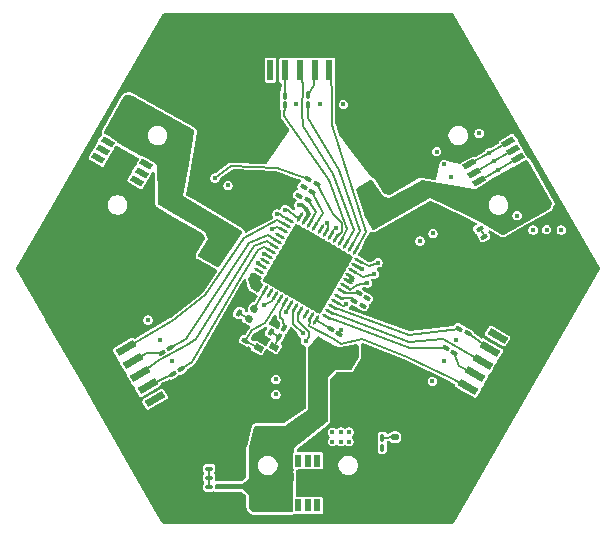
<source format=gbr>
%TF.GenerationSoftware,KiCad,Pcbnew,9.0.6-rc1*%
%TF.CreationDate,2025-10-31T17:35:14+01:00*%
%TF.ProjectId,PCB_BRUSHED,5043425f-4252-4555-9348-45442e6b6963,rev?*%
%TF.SameCoordinates,Original*%
%TF.FileFunction,Copper,L1,Top*%
%TF.FilePolarity,Positive*%
%FSLAX46Y46*%
G04 Gerber Fmt 4.6, Leading zero omitted, Abs format (unit mm)*
G04 Created by KiCad (PCBNEW 9.0.6-rc1) date 2025-10-31 17:35:14*
%MOMM*%
%LPD*%
G01*
G04 APERTURE LIST*
G04 Aperture macros list*
%AMRoundRect*
0 Rectangle with rounded corners*
0 $1 Rounding radius*
0 $2 $3 $4 $5 $6 $7 $8 $9 X,Y pos of 4 corners*
0 Add a 4 corners polygon primitive as box body*
4,1,4,$2,$3,$4,$5,$6,$7,$8,$9,$2,$3,0*
0 Add four circle primitives for the rounded corners*
1,1,$1+$1,$2,$3*
1,1,$1+$1,$4,$5*
1,1,$1+$1,$6,$7*
1,1,$1+$1,$8,$9*
0 Add four rect primitives between the rounded corners*
20,1,$1+$1,$2,$3,$4,$5,0*
20,1,$1+$1,$4,$5,$6,$7,0*
20,1,$1+$1,$6,$7,$8,$9,0*
20,1,$1+$1,$8,$9,$2,$3,0*%
%AMRotRect*
0 Rectangle, with rotation*
0 The origin of the aperture is its center*
0 $1 length*
0 $2 width*
0 $3 Rotation angle, in degrees counterclockwise*
0 Add horizontal line*
21,1,$1,$2,0,0,$3*%
G04 Aperture macros list end*
%TA.AperFunction,SMDPad,CuDef*%
%ADD10RoundRect,0.100000X-0.238361X0.022147X0.138361X-0.195353X0.238361X-0.022147X-0.138361X0.195353X0*%
%TD*%
%TA.AperFunction,SMDPad,CuDef*%
%ADD11RoundRect,0.100000X-0.217500X-0.100000X0.217500X-0.100000X0.217500X0.100000X-0.217500X0.100000X0*%
%TD*%
%TA.AperFunction,SMDPad,CuDef*%
%ADD12RoundRect,0.100000X0.022147X0.238361X-0.195353X-0.138361X-0.022147X-0.238361X0.195353X0.138361X0*%
%TD*%
%TA.AperFunction,SMDPad,CuDef*%
%ADD13RoundRect,0.250000X0.286362X-0.454006X0.536362X-0.020994X-0.286362X0.454006X-0.536362X0.020994X0*%
%TD*%
%TA.AperFunction,SMDPad,CuDef*%
%ADD14RoundRect,0.250000X-0.536362X-0.020994X-0.286362X-0.454006X0.536362X0.020994X0.286362X0.454006X0*%
%TD*%
%TA.AperFunction,SMDPad,CuDef*%
%ADD15RoundRect,0.100000X0.217500X0.100000X-0.217500X0.100000X-0.217500X-0.100000X0.217500X-0.100000X0*%
%TD*%
%TA.AperFunction,SMDPad,CuDef*%
%ADD16RoundRect,0.100000X-0.138361X-0.195353X0.238361X0.022147X0.138361X0.195353X-0.238361X-0.022147X0*%
%TD*%
%TA.AperFunction,SMDPad,CuDef*%
%ADD17RotRect,0.500000X1.100000X300.000000*%
%TD*%
%TA.AperFunction,SMDPad,CuDef*%
%ADD18RotRect,0.600000X1.700000X300.000000*%
%TD*%
%TA.AperFunction,SMDPad,CuDef*%
%ADD19RotRect,1.000000X2.700000X300.000000*%
%TD*%
%TA.AperFunction,SMDPad,CuDef*%
%ADD20RoundRect,0.250000X0.250000X0.475000X-0.250000X0.475000X-0.250000X-0.475000X0.250000X-0.475000X0*%
%TD*%
%TA.AperFunction,SMDPad,CuDef*%
%ADD21RoundRect,0.100000X0.238361X-0.022147X-0.138361X0.195353X-0.238361X0.022147X0.138361X-0.195353X0*%
%TD*%
%TA.AperFunction,ComponentPad*%
%ADD22C,0.800000*%
%TD*%
%TA.AperFunction,ComponentPad*%
%ADD23C,5.000000*%
%TD*%
%TA.AperFunction,SMDPad,CuDef*%
%ADD24RotRect,0.600000X1.700000X60.000000*%
%TD*%
%TA.AperFunction,SMDPad,CuDef*%
%ADD25RotRect,1.000000X2.700000X60.000000*%
%TD*%
%TA.AperFunction,SMDPad,CuDef*%
%ADD26RoundRect,0.100000X-0.022147X-0.238361X0.195353X0.138361X0.022147X0.238361X-0.195353X-0.138361X0*%
%TD*%
%TA.AperFunction,SMDPad,CuDef*%
%ADD27RoundRect,0.147500X0.075639X-0.213989X0.223139X0.041489X-0.075639X0.213989X-0.223139X-0.041489X0*%
%TD*%
%TA.AperFunction,SMDPad,CuDef*%
%ADD28RoundRect,0.062500X-0.133373X-0.356010X0.241627X0.293510X0.133373X0.356010X-0.241627X-0.293510X0*%
%TD*%
%TA.AperFunction,SMDPad,CuDef*%
%ADD29RoundRect,0.062500X0.293510X-0.241627X0.356010X-0.133373X-0.293510X0.241627X-0.356010X0.133373X0*%
%TD*%
%TA.AperFunction,HeatsinkPad*%
%ADD30RotRect,5.600000X5.600000X60.000000*%
%TD*%
%TA.AperFunction,SMDPad,CuDef*%
%ADD31RoundRect,0.100000X0.100000X-0.217500X0.100000X0.217500X-0.100000X0.217500X-0.100000X-0.217500X0*%
%TD*%
%TA.AperFunction,SMDPad,CuDef*%
%ADD32RotRect,0.550000X0.750000X60.000000*%
%TD*%
%TA.AperFunction,SMDPad,CuDef*%
%ADD33RoundRect,0.100000X0.138361X0.195353X-0.238361X-0.022147X-0.138361X-0.195353X0.238361X0.022147X0*%
%TD*%
%TA.AperFunction,SMDPad,CuDef*%
%ADD34RoundRect,0.147500X0.172500X-0.147500X0.172500X0.147500X-0.172500X0.147500X-0.172500X-0.147500X0*%
%TD*%
%TA.AperFunction,SMDPad,CuDef*%
%ADD35R,0.500000X1.100000*%
%TD*%
%TA.AperFunction,SMDPad,CuDef*%
%ADD36RotRect,0.500000X1.100000X60.000000*%
%TD*%
%TA.AperFunction,SMDPad,CuDef*%
%ADD37RoundRect,0.100000X-0.100000X0.217500X-0.100000X-0.217500X0.100000X-0.217500X0.100000X0.217500X0*%
%TD*%
%TA.AperFunction,SMDPad,CuDef*%
%ADD38R,0.600000X1.700000*%
%TD*%
%TA.AperFunction,SMDPad,CuDef*%
%ADD39R,1.000000X2.700000*%
%TD*%
%TA.AperFunction,ViaPad*%
%ADD40C,0.400000*%
%TD*%
%TA.AperFunction,Conductor*%
%ADD41C,0.300000*%
%TD*%
%TA.AperFunction,Conductor*%
%ADD42C,0.160000*%
%TD*%
G04 APERTURE END LIST*
D10*
%TO.P,R18,1*%
%TO.N,/MOT1_PWMB{slash}TIM3CH4*%
X134297095Y-98096250D03*
%TO.P,R18,2*%
%TO.N,Net-(IC3-IN1)*%
X135002905Y-98503750D03*
%TD*%
D11*
%TO.P,C8,1*%
%TO.N,/ADC_VBAT*%
X121635000Y-113700000D03*
%TO.P,C8,2*%
%TO.N,GND*%
X122450000Y-113700000D03*
%TD*%
D12*
%TO.P,R9,1*%
%TO.N,GND*%
X124570000Y-99022539D03*
%TO.P,R9,2*%
%TO.N,Net-(D1-K)*%
X124162500Y-99728349D03*
%TD*%
D13*
%TO.P,C36,1*%
%TO.N,VBAT+*%
X123228150Y-93187724D03*
%TO.P,C36,2*%
%TO.N,GND*%
X124178150Y-91542276D03*
%TD*%
D14*
%TO.P,C14,1*%
%TO.N,VBAT+*%
X139250000Y-89527276D03*
%TO.P,C14,2*%
%TO.N,GND*%
X140200000Y-91172724D03*
%TD*%
D15*
%TO.P,R8,1*%
%TO.N,VBAT+*%
X122450000Y-114475000D03*
%TO.P,R8,2*%
%TO.N,/ADC_VBAT*%
X121635000Y-114475000D03*
%TD*%
D16*
%TO.P,R21,1*%
%TO.N,GND*%
X143822095Y-93028750D03*
%TO.P,R21,2*%
%TO.N,/EXT_BTN_EXTI10*%
X144527905Y-92621250D03*
%TD*%
D17*
%TO.P,J5,01,01*%
%TO.N,GND*%
X146564448Y-84589359D03*
%TO.P,J5,02,02*%
X143273552Y-86489359D03*
%TO.P,J5,03,03*%
%TO.N,/UART_EXTI*%
X146964448Y-85282180D03*
%TO.P,J5,04,04*%
X143673552Y-87182180D03*
%TO.P,J5,05,05*%
%TO.N,/USART3_TX*%
X147364448Y-85975000D03*
%TO.P,J5,06,06*%
X144073552Y-87875000D03*
%TO.P,J5,07,07*%
%TO.N,/USART3_RX*%
X147764448Y-86667820D03*
%TO.P,J5,08,08*%
X144473552Y-88567820D03*
%TO.P,J5,09,09*%
%TO.N,VBAT+*%
X148164448Y-87360641D03*
%TO.P,J5,10,10*%
X144873552Y-89260641D03*
%TD*%
D18*
%TO.P,J9,1,1*%
%TO.N,GND*%
X113932147Y-101643255D03*
%TO.P,J9,2,2*%
%TO.N,/HALL3_CS*%
X114557147Y-102725786D03*
%TO.P,J9,3,3*%
%TO.N,Net-(J9-Pad3)*%
X115182147Y-103808318D03*
%TO.P,J9,4,4*%
%TO.N,/HALL3_MISO*%
X115807147Y-104890850D03*
%TO.P,J9,5,5*%
%TO.N,Net-(J9-Pad5)*%
X116432147Y-105973382D03*
%TO.P,J9,6,6*%
%TO.N,+3.3V*%
X117057147Y-107055913D03*
D19*
%TO.P,J9,7,7*%
%TO.N,GND*%
X110235865Y-101641108D03*
%TO.P,J9,8,8*%
X115210865Y-110258060D03*
%TD*%
D20*
%TO.P,C33,1*%
%TO.N,VBAT+*%
X130950000Y-103270000D03*
%TO.P,C33,2*%
%TO.N,GND*%
X129050000Y-103270000D03*
%TD*%
D21*
%TO.P,R20,1*%
%TO.N,Net-(J3-Pad5)*%
X143527905Y-101478750D03*
%TO.P,R20,2*%
%TO.N,/HALL1_MOSI*%
X142822095Y-101071250D03*
%TD*%
D16*
%TO.P,R26,1*%
%TO.N,Net-(J9-Pad5)*%
X118547095Y-104903750D03*
%TO.P,R26,2*%
%TO.N,/HALL3_MOSI*%
X119252905Y-104496250D03*
%TD*%
D20*
%TO.P,C32,1*%
%TO.N,VBAT+*%
X130950000Y-105275000D03*
%TO.P,C32,2*%
%TO.N,GND*%
X129050000Y-105275000D03*
%TD*%
D22*
%TO.P,TP1,1,1*%
%TO.N,GND*%
X138625000Y-77813467D03*
X139174175Y-76487642D03*
X139174175Y-79139292D03*
X140500000Y-75938467D03*
D23*
X140500000Y-77813467D03*
D22*
X140500000Y-79688467D03*
X141825825Y-76487642D03*
X141825825Y-79139292D03*
X142375000Y-77813467D03*
%TD*%
D24*
%TO.P,J3,1,1*%
%TO.N,GND*%
X142934526Y-107116329D03*
%TO.P,J3,2,2*%
%TO.N,/HALL1_CS*%
X143559526Y-106033798D03*
%TO.P,J3,3,3*%
%TO.N,Net-(J3-Pad3)*%
X144184526Y-104951266D03*
%TO.P,J3,4,4*%
%TO.N,/HALL1_MISO*%
X144809526Y-103868734D03*
%TO.P,J3,5,5*%
%TO.N,Net-(J3-Pad5)*%
X145434526Y-102786202D03*
%TO.P,J3,6,6*%
%TO.N,+3.3V*%
X146059526Y-101703671D03*
D25*
%TO.P,J3,7,7*%
%TO.N,GND*%
X144780808Y-110318476D03*
%TO.P,J3,8,8*%
X149755808Y-101701524D03*
%TD*%
D26*
%TO.P,R10,1*%
%TO.N,Net-(Y1-CRYSTAL_2)*%
X127571250Y-101752905D03*
%TO.P,R10,2*%
%TO.N,/HSE_OUT*%
X127978750Y-101047095D03*
%TD*%
D10*
%TO.P,C9,1*%
%TO.N,GND*%
X123997095Y-101696250D03*
%TO.P,C9,2*%
%TO.N,/HSE_IN*%
X124702905Y-102103750D03*
%TD*%
%TO.P,R16,1*%
%TO.N,/HALL1_CLK*%
X141685595Y-102746250D03*
%TO.P,R16,2*%
%TO.N,Net-(J3-Pad3)*%
X142391405Y-103153750D03*
%TD*%
D22*
%TO.P,TP3,1,1*%
%TO.N,GND*%
X138625000Y-114186533D03*
X139174175Y-112860708D03*
X139174175Y-115512358D03*
X140500000Y-112311533D03*
D23*
X140500000Y-114186533D03*
D22*
X140500000Y-116061533D03*
X141825825Y-112860708D03*
X141825825Y-115512358D03*
X142375000Y-114186533D03*
%TD*%
D27*
%TO.P,D1,1,K*%
%TO.N,Net-(D1-K)*%
X124990000Y-100240044D03*
%TO.P,D1,2,A*%
%TO.N,Net-(D1-A)*%
X125475000Y-99400000D03*
%TD*%
D28*
%TO.P,U1,1,VBAT*%
%TO.N,+3.3V*%
X125899680Y-97601962D03*
%TO.P,U1,2,PC13*%
%TO.N,Net-(D1-A)*%
X126332693Y-97851962D03*
%TO.P,U1,3,PC14*%
%TO.N,unconnected-(U1-PC14-Pad3)*%
X126765706Y-98101961D03*
%TO.P,U1,4,PC15*%
%TO.N,/ADC_VBAT*%
X127198718Y-98351962D03*
%TO.P,U1,5,PF0*%
%TO.N,/HSE_IN*%
X127631731Y-98601962D03*
%TO.P,U1,6,PF1*%
%TO.N,/HSE_OUT*%
X128064744Y-98851962D03*
%TO.P,U1,7,PG10*%
%TO.N,/NRST*%
X128497756Y-99101962D03*
%TO.P,U1,8,PA0*%
%TO.N,/MOT1_HALL_A{slash}TIM2CH1*%
X128930769Y-99351962D03*
%TO.P,U1,9,PA1*%
%TO.N,/MOT1_HALL_B{slash}TIM2CH2*%
X129363782Y-99601962D03*
%TO.P,U1,10,PA2*%
%TO.N,unconnected-(U1-PA2-Pad10)*%
X129796794Y-99851962D03*
%TO.P,U1,11,PA3*%
%TO.N,/HALL1_CS*%
X130229807Y-100101962D03*
%TO.P,U1,12,PA4*%
%TO.N,/MOT3_PWMB{slash}TIM3CH2*%
X130662820Y-100351962D03*
D29*
%TO.P,U1,13,PA5*%
%TO.N,/HALL1_CLK*%
X131601962Y-100100320D03*
%TO.P,U1,14,PA6*%
%TO.N,/HALL1_MISO*%
X131851962Y-99667307D03*
%TO.P,U1,15,PA7*%
%TO.N,/HALL1_MOSI*%
X132101961Y-99234294D03*
%TO.P,U1,16,PC4*%
%TO.N,/ADC2_IN5*%
X132351962Y-98801282D03*
%TO.P,U1,17,PB0*%
%TO.N,/MOT1_PWMA{slash}TIM3CH3*%
X132601962Y-98368269D03*
%TO.P,U1,18,PB1*%
%TO.N,/MOT1_PWMB{slash}TIM3CH4*%
X132851962Y-97935256D03*
%TO.P,U1,19,PB2*%
%TO.N,/UART_EXTI*%
X133101962Y-97502244D03*
%TO.P,U1,20,VREF+*%
%TO.N,+3.3V*%
X133351962Y-97069231D03*
%TO.P,U1,21,VDDA*%
X133601962Y-96636218D03*
%TO.P,U1,22,PB10*%
%TO.N,/USART3_TX*%
X133851962Y-96203206D03*
%TO.P,U1,23,VDD*%
%TO.N,+3.3V*%
X134101962Y-95770193D03*
%TO.P,U1,24,PB11*%
%TO.N,/USART3_RX*%
X134351962Y-95337180D03*
D28*
%TO.P,U1,25,PB12*%
%TO.N,/HALL2_CS*%
X134100320Y-94398038D03*
%TO.P,U1,26,PB13*%
%TO.N,/HALL2_CLK*%
X133667307Y-94148038D03*
%TO.P,U1,27,PB14*%
%TO.N,/HALL2_MISO*%
X133234294Y-93898039D03*
%TO.P,U1,28,PB15*%
%TO.N,/HALL2_MOSI*%
X132801282Y-93648038D03*
%TO.P,U1,29,PC6*%
%TO.N,/MOT3_PWMA{slash}TIM3CH1*%
X132368269Y-93398038D03*
%TO.P,U1,30,PA8*%
%TO.N,/MOT2_HALL_A{slash}TIM1CH1*%
X131935256Y-93148038D03*
%TO.P,U1,31,PA9*%
%TO.N,/MOT2_HALL_B{slash}TIM1CH2*%
X131502244Y-92898038D03*
%TO.P,U1,32,PA10*%
%TO.N,unconnected-(U1-PA10-Pad32)*%
X131069231Y-92648038D03*
%TO.P,U1,33,PA11*%
%TO.N,/MOT2_PWMA{slash}TIM4CH1*%
X130636218Y-92398038D03*
%TO.P,U1,34,PA12*%
%TO.N,/MOT2_PWMB{slash}TIM4CH2*%
X130203206Y-92148038D03*
%TO.P,U1,35,VDD*%
%TO.N,+3.3V*%
X129770193Y-91898038D03*
%TO.P,U1,36,PA13*%
%TO.N,/SWDIO*%
X129337180Y-91648038D03*
D29*
%TO.P,U1,37,PA14*%
%TO.N,/SWCLK*%
X128398038Y-91899680D03*
%TO.P,U1,38,PA15*%
%TO.N,/HALL3_CS*%
X128148038Y-92332693D03*
%TO.P,U1,39,PC10*%
%TO.N,/EXT_BTN_EXTI10*%
X127898039Y-92765706D03*
%TO.P,U1,40,PC11*%
%TO.N,unconnected-(U1-PC11-Pad40)*%
X127648038Y-93198718D03*
%TO.P,U1,41,PB3*%
%TO.N,/HALL3_CLK*%
X127398038Y-93631731D03*
%TO.P,U1,42,PB4*%
%TO.N,/HALL3_MISO*%
X127148038Y-94064744D03*
%TO.P,U1,43,PB5*%
%TO.N,/HALL3_MOSI*%
X126898038Y-94497756D03*
%TO.P,U1,44,PB6*%
%TO.N,/MOT3_HALL_A{slash}TIM8CH1*%
X126648038Y-94930769D03*
%TO.P,U1,45,PB7*%
%TO.N,unconnected-(U1-PB7-Pad45)*%
X126398038Y-95363782D03*
%TO.P,U1,46,PB8*%
%TO.N,/MOT3_HALL_B{slash}TIM8CH2*%
X126148038Y-95796794D03*
%TO.P,U1,47,PB9*%
%TO.N,unconnected-(U1-PB9-Pad47)*%
X125898038Y-96229807D03*
%TO.P,U1,48,VDD*%
%TO.N,+3.3V*%
X125648038Y-96662820D03*
D30*
%TO.P,U1,49,VSS*%
%TO.N,GND*%
X130000000Y-96000000D03*
%TD*%
D21*
%TO.P,R23,1*%
%TO.N,/MOT3_PWMA{slash}TIM3CH1*%
X130750000Y-88825000D03*
%TO.P,R23,2*%
%TO.N,Net-(IC4-IN2)*%
X130044190Y-88417500D03*
%TD*%
D31*
%TO.P,R6,1*%
%TO.N,+3.3V*%
X136300000Y-111150000D03*
%TO.P,R6,2*%
%TO.N,Net-(LEDRED1-A)*%
X136300000Y-110335000D03*
%TD*%
D32*
%TO.P,Y1,1,CRYSTAL_1*%
%TO.N,/HSE_IN*%
X125822372Y-102724520D03*
%TO.P,Y1,2,GND_1*%
%TO.N,GND*%
X126775000Y-103274520D03*
%TO.P,Y1,3,CRYSTAL_2*%
%TO.N,Net-(Y1-CRYSTAL_2)*%
X127150000Y-102625000D03*
%TO.P,Y1,4,GND_2*%
%TO.N,GND*%
X126197372Y-102075000D03*
%TD*%
D31*
%TO.P,R11,1*%
%TO.N,/HALL2_CLK*%
X130000000Y-82132500D03*
%TO.P,R11,2*%
%TO.N,Net-(J1-Pad3)*%
X130000000Y-81317500D03*
%TD*%
D33*
%TO.P,C34,1*%
%TO.N,/EXT_BTN_EXTI10*%
X144903349Y-93287500D03*
%TO.P,C34,2*%
%TO.N,GND*%
X144197539Y-93695000D03*
%TD*%
%TO.P,R22,1*%
%TO.N,/HALL3_CLK*%
X118314405Y-102746250D03*
%TO.P,R22,2*%
%TO.N,Net-(J9-Pad3)*%
X117608595Y-103153750D03*
%TD*%
D12*
%TO.P,C17,1*%
%TO.N,GND*%
X127278750Y-100647095D03*
%TO.P,C17,2*%
%TO.N,Net-(Y1-CRYSTAL_2)*%
X126871250Y-101352905D03*
%TD*%
D10*
%TO.P,R24,1*%
%TO.N,/MOT3_PWMB{slash}TIM3CH2*%
X131922095Y-101146250D03*
%TO.P,R24,2*%
%TO.N,Net-(IC4-IN1)*%
X132627905Y-101553750D03*
%TD*%
D14*
%TO.P,C29,1*%
%TO.N,VBAT+*%
X135801190Y-91506492D03*
%TO.P,C29,2*%
%TO.N,GND*%
X136751190Y-93151940D03*
%TD*%
D10*
%TO.P,R17,1*%
%TO.N,/MOT1_PWMA{slash}TIM3CH3*%
X133922095Y-98721250D03*
%TO.P,R17,2*%
%TO.N,Net-(IC3-IN2)*%
X134627905Y-99128750D03*
%TD*%
D34*
%TO.P,LEDRED1,1,K*%
%TO.N,GND*%
X137375000Y-111250000D03*
%TO.P,LEDRED1,2,A*%
%TO.N,Net-(LEDRED1-A)*%
X137375000Y-110280000D03*
%TD*%
D21*
%TO.P,R12,1*%
%TO.N,/MOT2_PWMA{slash}TIM4CH1*%
X130352905Y-89528750D03*
%TO.P,R12,2*%
%TO.N,Net-(IC2-IN2)*%
X129647095Y-89121250D03*
%TD*%
D11*
%TO.P,R7,1*%
%TO.N,/ADC_VBAT*%
X121642500Y-112925000D03*
%TO.P,R7,2*%
%TO.N,GND*%
X122457500Y-112925000D03*
%TD*%
D22*
%TO.P,TP2,1,1*%
%TO.N,GND*%
X107125000Y-96000000D03*
X107674175Y-94674175D03*
X107674175Y-97325825D03*
X109000000Y-94125000D03*
D23*
X109000000Y-96000000D03*
D22*
X109000000Y-97875000D03*
X110325825Y-94674175D03*
X110325825Y-97325825D03*
X110875000Y-96000000D03*
%TD*%
D35*
%TO.P,J7,01,01*%
%TO.N,GND*%
X131600000Y-116050000D03*
%TO.P,J7,02,02*%
X131600000Y-112250000D03*
%TO.P,J7,03,03*%
%TO.N,unconnected-(J7-Pad03)*%
X130800000Y-116050000D03*
%TO.P,J7,04,04*%
%TO.N,unconnected-(J7-Pad04)*%
X130800000Y-112250000D03*
%TO.P,J7,05,05*%
%TO.N,unconnected-(J7-Pad05)*%
X130000000Y-116050000D03*
%TO.P,J7,06,06*%
%TO.N,unconnected-(J7-Pad06)*%
X130000000Y-112250000D03*
%TO.P,J7,07,07*%
%TO.N,unconnected-(J7-Pad07)*%
X129200000Y-116050000D03*
%TO.P,J7,08,08*%
%TO.N,unconnected-(J7-Pad08)*%
X129200000Y-112250000D03*
%TO.P,J7,09,09*%
%TO.N,VBAT+*%
X128400000Y-116050000D03*
%TO.P,J7,10,10*%
X128400000Y-112250000D03*
%TD*%
D13*
%TO.P,C13,1*%
%TO.N,VBAT+*%
X119775000Y-91197724D03*
%TO.P,C13,2*%
%TO.N,GND*%
X120725000Y-89552276D03*
%TD*%
D14*
%TO.P,C30,1*%
%TO.N,VBAT+*%
X137525000Y-90527276D03*
%TO.P,C30,2*%
%TO.N,GND*%
X138475000Y-92172724D03*
%TD*%
D36*
%TO.P,J8,01,01*%
%TO.N,GND*%
X111835552Y-87360641D03*
%TO.P,J8,02,02*%
X115126448Y-89260641D03*
%TO.P,J8,03,03*%
%TO.N,unconnected-(J8-Pad03)*%
X112235552Y-86667820D03*
%TO.P,J8,04,04*%
%TO.N,unconnected-(J8-Pad04)*%
X115526448Y-88567820D03*
%TO.P,J8,05,05*%
%TO.N,unconnected-(J8-Pad05)*%
X112635552Y-85975000D03*
%TO.P,J8,06,06*%
%TO.N,unconnected-(J8-Pad06)*%
X115926448Y-87875000D03*
%TO.P,J8,07,07*%
%TO.N,unconnected-(J8-Pad07)*%
X113035552Y-85282180D03*
%TO.P,J8,08,08*%
%TO.N,unconnected-(J8-Pad08)*%
X116326448Y-87182180D03*
%TO.P,J8,09,09*%
%TO.N,VBAT+*%
X113435552Y-84589359D03*
%TO.P,J8,10,10*%
X116726448Y-86489359D03*
%TD*%
D21*
%TO.P,R13,1*%
%TO.N,/MOT2_PWMB{slash}TIM4CH2*%
X129977905Y-90228750D03*
%TO.P,R13,2*%
%TO.N,Net-(IC2-IN1)*%
X129272095Y-89821250D03*
%TD*%
D13*
%TO.P,C37,1*%
%TO.N,VBAT+*%
X121500000Y-92197724D03*
%TO.P,C37,2*%
%TO.N,GND*%
X122450000Y-90552276D03*
%TD*%
D37*
%TO.P,R15,1*%
%TO.N,Net-(J1-Pad5)*%
X128025000Y-81367500D03*
%TO.P,R15,2*%
%TO.N,/HALL2_MOSI*%
X128025000Y-82182500D03*
%TD*%
D20*
%TO.P,C12,1*%
%TO.N,VBAT+*%
X130950000Y-107275000D03*
%TO.P,C12,2*%
%TO.N,GND*%
X129050000Y-107275000D03*
%TD*%
D38*
%TO.P,J1,1,1*%
%TO.N,GND*%
X133075000Y-79201115D03*
%TO.P,J1,2,2*%
%TO.N,/HALL2_CS*%
X131825000Y-79201115D03*
%TO.P,J1,3,3*%
%TO.N,Net-(J1-Pad3)*%
X130575000Y-79201115D03*
%TO.P,J1,4,4*%
%TO.N,/HALL2_MISO*%
X129325000Y-79201115D03*
%TO.P,J1,5,5*%
%TO.N,Net-(J1-Pad5)*%
X128075000Y-79201115D03*
%TO.P,J1,6,6*%
%TO.N,+3.3V*%
X126825000Y-79201115D03*
D39*
%TO.P,J1,7,7*%
%TO.N,GND*%
X134925000Y-76001115D03*
%TO.P,J1,8,8*%
X124975000Y-76001115D03*
%TD*%
D40*
%TO.N,GND*%
X140050000Y-74750000D03*
X119840000Y-74749192D03*
X121284000Y-74749192D03*
X129948000Y-74749192D03*
X119118000Y-74749192D03*
X128504000Y-74749192D03*
X118396000Y-74749192D03*
X134280000Y-74749192D03*
X129226000Y-74749192D03*
X138612000Y-74749192D03*
X122006000Y-74749192D03*
X141500000Y-74749192D03*
X127060000Y-74749192D03*
X124894000Y-74749192D03*
X142220000Y-74750000D03*
X130670000Y-74749192D03*
X137168000Y-74749192D03*
X123450000Y-74749192D03*
X125616000Y-74749192D03*
X132114000Y-74749192D03*
X140778000Y-74749192D03*
X124172000Y-74749192D03*
X139300000Y-74750000D03*
X122728000Y-74749192D03*
X132836000Y-74749192D03*
X126338000Y-74749192D03*
X127782000Y-74749192D03*
X136446000Y-74749192D03*
X133558000Y-74749192D03*
X131392000Y-74749192D03*
X137890000Y-74749192D03*
X135724000Y-74749192D03*
X135002000Y-74749192D03*
X120562000Y-74749192D03*
X140050000Y-117270000D03*
X119840000Y-117269192D03*
X121284000Y-117269192D03*
X129948000Y-117269192D03*
X119118000Y-117269192D03*
X128504000Y-117269192D03*
X118396000Y-117269192D03*
X134280000Y-117269192D03*
X129226000Y-117269192D03*
X138612000Y-117269192D03*
X122006000Y-117269192D03*
X141500000Y-117269192D03*
X127060000Y-117269192D03*
X124894000Y-117269192D03*
X142220000Y-117270000D03*
X130670000Y-117269192D03*
X137168000Y-117269192D03*
X123450000Y-117269192D03*
X125616000Y-117269192D03*
X132114000Y-117269192D03*
X140778000Y-117269192D03*
X124172000Y-117269192D03*
X139300000Y-117270000D03*
X122728000Y-117269192D03*
X132836000Y-117269192D03*
X126338000Y-117269192D03*
X127782000Y-117269192D03*
X136446000Y-117269192D03*
X133558000Y-117269192D03*
X131392000Y-117269192D03*
X137890000Y-117269192D03*
X135724000Y-117269192D03*
X135002000Y-117269192D03*
X120562000Y-117269192D03*
X105530000Y-96010000D03*
X111667000Y-85380404D03*
X105891000Y-95384729D03*
X113833000Y-81628782D03*
X106613000Y-94134189D03*
X106252000Y-94759459D03*
X110945000Y-86630945D03*
X116718700Y-76632219D03*
X107335000Y-92883648D03*
X109501000Y-89132026D03*
X108779000Y-90382567D03*
X113472000Y-82254052D03*
X112389000Y-84129863D03*
X116343700Y-77281738D03*
X115638000Y-78502430D03*
X112028000Y-84755134D03*
X114555000Y-80378241D03*
X112750000Y-83504593D03*
X111306000Y-86005674D03*
X108057000Y-91633107D03*
X115999000Y-77877160D03*
X115277000Y-79127701D03*
X107696000Y-92258378D03*
X113111000Y-82879323D03*
X110584000Y-87256215D03*
X114194000Y-81003512D03*
X106974000Y-93508918D03*
X110223000Y-87881485D03*
X117082000Y-76001349D03*
X108418000Y-91007837D03*
X109140000Y-89757296D03*
X117443000Y-75376079D03*
X114916000Y-79752971D03*
X109862000Y-88506756D03*
X109862000Y-103513244D03*
X114916000Y-112267029D03*
X117443000Y-116643921D03*
X109140000Y-102262704D03*
X108418000Y-101012163D03*
X117082000Y-116018651D03*
X110223000Y-104138515D03*
X106974000Y-98511082D03*
X114194000Y-111016488D03*
X110584000Y-104763785D03*
X113111000Y-109140677D03*
X107696000Y-99761622D03*
X115277000Y-112892299D03*
X115999000Y-114142840D03*
X108057000Y-100386893D03*
X111306000Y-106014326D03*
X112750000Y-108515407D03*
X114555000Y-111641759D03*
X112028000Y-107264866D03*
X115638000Y-113517570D03*
X116342300Y-114739070D03*
X112389000Y-107890137D03*
X113472000Y-109765948D03*
X108779000Y-101637433D03*
X109501000Y-102887974D03*
X107335000Y-99136352D03*
X116717300Y-115388589D03*
X110945000Y-105389055D03*
X106252000Y-97260541D03*
X106613000Y-97885811D03*
X113833000Y-110391218D03*
X105891000Y-96635271D03*
X111667000Y-106639596D03*
X153040000Y-93481206D03*
X142588700Y-75377407D03*
X145476700Y-80379569D03*
X149086700Y-86632273D03*
X147281700Y-83505921D03*
X144393700Y-78503758D03*
X149808700Y-87882813D03*
X148003700Y-84756462D03*
X145837700Y-81004840D03*
X152335700Y-92259706D03*
X151613700Y-91009165D03*
X150891700Y-89758624D03*
X151252700Y-90383895D03*
X154140700Y-95386057D03*
X151974700Y-91634435D03*
X144754700Y-79129029D03*
X146559700Y-82255380D03*
X152696700Y-92884976D03*
X144032700Y-77878488D03*
X142949700Y-76002677D03*
X146198700Y-81630110D03*
X145115700Y-79754299D03*
X143310700Y-76627947D03*
X143671700Y-77253218D03*
X153779700Y-94760787D03*
X148725700Y-86007002D03*
X147642700Y-84131191D03*
X149447700Y-87257543D03*
X146920700Y-82880651D03*
X150169700Y-88508084D03*
X148364700Y-85381732D03*
X150530700Y-89133354D03*
X153415000Y-94130725D03*
X152334000Y-99761622D03*
X146919000Y-109140677D03*
X154139000Y-96635271D03*
X151251000Y-101637433D03*
X147641000Y-107890137D03*
X143686300Y-114738262D03*
X149446000Y-104763785D03*
X153417000Y-97885811D03*
X153056000Y-98511082D03*
X149085000Y-105389055D03*
X142948000Y-116018651D03*
X146558000Y-109765948D03*
X147280000Y-108515407D03*
X149807000Y-104138515D03*
X148002000Y-107264866D03*
X143311300Y-115387781D03*
X151612000Y-101012163D03*
X148363000Y-106639596D03*
X146197000Y-110391218D03*
X150529000Y-102887974D03*
X150890000Y-102262704D03*
X144392000Y-113517570D03*
X150168000Y-103513244D03*
X151973000Y-100386893D03*
X145475000Y-111641759D03*
X144753000Y-112892299D03*
X144031000Y-114142840D03*
X145114000Y-112267029D03*
X152695000Y-99136352D03*
X142587000Y-116643921D03*
X145836000Y-111016488D03*
X153778000Y-97260541D03*
X148724000Y-106014326D03*
X134600000Y-103880000D03*
X134960000Y-102890000D03*
X134700000Y-108810000D03*
X125775000Y-86850000D03*
X124350000Y-116475000D03*
X124250000Y-115300000D03*
X127425000Y-108700000D03*
X124525000Y-113000000D03*
X123600000Y-113725000D03*
X145775000Y-93300000D03*
X150425000Y-91725000D03*
X143822095Y-93028750D03*
X135900000Y-94125000D03*
X126975000Y-83125000D03*
X127000000Y-82000000D03*
X126975000Y-80950000D03*
X120450000Y-105000000D03*
X118475000Y-106100000D03*
X125025000Y-92350000D03*
X128275000Y-90125000D03*
X124650000Y-90900000D03*
X120400000Y-88525000D03*
X125575000Y-89000000D03*
X145430000Y-105870000D03*
X134820000Y-86190000D03*
X145480000Y-84180000D03*
X130178372Y-93898968D03*
X114180000Y-97060000D03*
X111835552Y-87360641D03*
X136430000Y-105760000D03*
X121880000Y-108060000D03*
X134925000Y-76001115D03*
X110235865Y-101641108D03*
X125700000Y-79290000D03*
X117400000Y-91340000D03*
X144630000Y-96380000D03*
X116720000Y-88620000D03*
X136240000Y-97870000D03*
X123280000Y-100200000D03*
X115126448Y-89260641D03*
X138680000Y-82870000D03*
X119415654Y-93021161D03*
X127900000Y-96500000D03*
X113870000Y-86010000D03*
X113840000Y-100570000D03*
X124178150Y-91542276D03*
X143050000Y-96000000D03*
X143770000Y-83730000D03*
X128600000Y-95275000D03*
X150980000Y-93890000D03*
X137375000Y-111250000D03*
X139460000Y-108640000D03*
X148100000Y-95700000D03*
X130725000Y-113225000D03*
X129050000Y-103270000D03*
X138475000Y-92172724D03*
X140200000Y-91172724D03*
X116010000Y-96950000D03*
X113932147Y-101643255D03*
X139375000Y-91675000D03*
X123210000Y-108980000D03*
X129050000Y-107275000D03*
X146564448Y-84589359D03*
X115260000Y-86810000D03*
X118760000Y-99310000D03*
X137460000Y-98350000D03*
X127288000Y-107925000D03*
X129050000Y-105275000D03*
X132712000Y-106655000D03*
X114020000Y-88670000D03*
X127120000Y-89370000D03*
X129075000Y-106275000D03*
X140430000Y-97160000D03*
X129175000Y-113225000D03*
X141684198Y-92386161D03*
X127930000Y-84260000D03*
X122450000Y-90552276D03*
X123090000Y-79550000D03*
X138260000Y-104170000D03*
X124550000Y-109875000D03*
X113270000Y-98390000D03*
X132500000Y-95275000D03*
X134340000Y-106340000D03*
X133680000Y-85670000D03*
X129675000Y-94850000D03*
X126470000Y-91310000D03*
X137872346Y-88323839D03*
X131757500Y-115675000D03*
X124190000Y-98300000D03*
X136610000Y-99710000D03*
X141990000Y-107430000D03*
X121027802Y-87688839D03*
X120725000Y-89552276D03*
X133075000Y-79201115D03*
X137180000Y-87330000D03*
X149755808Y-101701524D03*
X125210000Y-88080000D03*
X135050000Y-109850000D03*
X144240000Y-107780000D03*
X129950000Y-113200000D03*
X139940000Y-100580000D03*
X124520000Y-101000000D03*
X112830000Y-93240000D03*
X125750000Y-105470000D03*
X119461500Y-105548076D03*
X141170000Y-109010000D03*
X142741281Y-82895194D03*
X141730000Y-96490000D03*
X118800000Y-94540000D03*
X116400000Y-90700000D03*
X140740000Y-84970000D03*
X128800000Y-88730000D03*
X147716281Y-91512147D03*
X112760000Y-87860000D03*
X129040000Y-102020000D03*
X123300000Y-91050000D03*
X124975000Y-76001115D03*
X118640000Y-97310000D03*
X133910000Y-79670000D03*
X131375000Y-96925000D03*
X115210865Y-110258060D03*
X143538500Y-100351924D03*
X121600000Y-90075000D03*
X115170000Y-94890000D03*
X124540000Y-97520000D03*
X129550000Y-97850000D03*
X122960000Y-83970000D03*
X120940000Y-103860000D03*
X137760000Y-105250000D03*
X126075000Y-101425000D03*
X121850000Y-96250000D03*
X147570000Y-102290000D03*
X141050000Y-99980000D03*
X146070000Y-100590000D03*
X131475000Y-95800000D03*
X129050000Y-104250000D03*
X146550000Y-104340000D03*
X125720000Y-108280000D03*
X127278750Y-100647095D03*
X124250000Y-102840000D03*
X144780808Y-110318476D03*
X125810000Y-103600000D03*
X143273552Y-86489359D03*
X139680000Y-85480000D03*
X123780000Y-86350000D03*
X145580000Y-85260000D03*
%TO.N,VBAT+*%
X133000000Y-102925000D03*
X133000000Y-103725000D03*
X121375000Y-94775000D03*
X123475000Y-93700000D03*
X133725000Y-103750000D03*
X121825000Y-94000000D03*
X132200000Y-103775000D03*
X126100000Y-109875000D03*
X135825000Y-89900000D03*
X127550000Y-109850000D03*
X134625000Y-89550000D03*
X122750000Y-94475000D03*
X126825000Y-109875000D03*
X136075000Y-91025000D03*
X132200000Y-102900000D03*
X133725000Y-102925000D03*
X122775000Y-93300000D03*
X122350000Y-95275000D03*
X135350000Y-89175000D03*
X134975000Y-90375000D03*
X135325000Y-91425000D03*
%TO.N,+3.3V*%
X146059526Y-101703671D03*
X132775000Y-109850000D03*
X129250000Y-90625000D03*
X132075000Y-110650000D03*
X132075000Y-109850000D03*
X133475000Y-109850000D03*
X125450000Y-97575000D03*
X125200000Y-96925000D03*
X117057147Y-107055913D03*
X134600000Y-96050000D03*
X140538500Y-105548076D03*
X133000000Y-82100000D03*
X132775000Y-110650000D03*
X133475000Y-110650000D03*
X144500000Y-84550000D03*
X126825000Y-79201115D03*
X116461500Y-100351924D03*
X133700000Y-96975000D03*
X129800000Y-90925000D03*
X136300000Y-111150000D03*
%TO.N,/ADC2_IN5*%
X133200000Y-99025000D03*
%TO.N,/NRST*%
X128125000Y-99675000D03*
X140895000Y-86097341D03*
%TO.N,/ADC_VBAT*%
X126300000Y-99100000D03*
X121642500Y-112925000D03*
%TO.N,/EXT_BTN_EXTI10*%
X144950000Y-93275000D03*
X127000000Y-92625000D03*
%TO.N,Net-(IC2-IN1)*%
X129272095Y-89821250D03*
X139484494Y-93656161D03*
%TO.N,Net-(IC2-IN2)*%
X140584346Y-93021161D03*
X129647095Y-89121250D03*
%TO.N,Net-(IC3-IN2)*%
X127288000Y-106655000D03*
X134627905Y-99128750D03*
%TO.N,Net-(IC3-IN1)*%
X127288000Y-105385000D03*
X135002905Y-98503750D03*
%TO.N,Net-(IC4-IN1)*%
X132775000Y-101200000D03*
X123227506Y-88958839D03*
%TO.N,Net-(IC4-IN2)*%
X122127654Y-88323839D03*
%TO.N,/MOT2_HALL_B{slash}TIM1CH2*%
X131000000Y-82100000D03*
X131650000Y-92175000D03*
%TO.N,/MOT2_HALL_A{slash}TIM1CH1*%
X129000000Y-82100000D03*
X132400000Y-92550000D03*
%TO.N,/MOT1_HALL_B{slash}TIM2CH2*%
X129825000Y-102125000D03*
X141538500Y-103816025D03*
%TO.N,/MOT1_HALL_A{slash}TIM2CH1*%
X142538500Y-102083975D03*
X129550000Y-101475000D03*
%TO.N,/SWDIO*%
X142145000Y-88262405D03*
X128075000Y-91000000D03*
%TO.N,/SWCLK*%
X127400000Y-91375000D03*
X141520000Y-87179873D03*
%TO.N,/MOT3_HALL_B{slash}TIM8CH2*%
X117461500Y-102083975D03*
X125775000Y-95550000D03*
%TO.N,/MOT3_HALL_A{slash}TIM8CH1*%
X118461500Y-103816025D03*
X126300000Y-94725000D03*
%TO.N,/USART3_TX*%
X135625000Y-96450000D03*
X150200000Y-92700000D03*
X145722804Y-86922804D03*
%TO.N,/USART3_RX*%
X149075000Y-92725000D03*
X135925000Y-95500000D03*
X146086553Y-87636553D03*
%TO.N,/UART_EXTI*%
X135025000Y-97225000D03*
X145343205Y-86218205D03*
X151450000Y-92725000D03*
%TO.N,GND*%
X154500000Y-96010000D03*
%TD*%
D41*
%TO.N,+3.3V*%
X134101962Y-95770193D02*
X134600000Y-96050000D01*
X133601962Y-96636218D02*
X133700000Y-96975000D01*
X129800000Y-90925000D02*
X129500000Y-90625000D01*
X129500000Y-90625000D02*
X129250000Y-90625000D01*
X133351962Y-97069231D02*
X133700000Y-96975000D01*
X130098132Y-91362338D02*
X129800000Y-90925000D01*
X129770193Y-91898038D02*
X130098132Y-91362338D01*
D42*
%TO.N,/ADC2_IN5*%
X133075000Y-99150000D02*
X132950000Y-99150000D01*
X133200000Y-99025000D02*
X133075000Y-99150000D01*
X132950000Y-99150000D02*
X132351962Y-98801282D01*
%TO.N,/NRST*%
X128497756Y-99101962D02*
X128125000Y-99675000D01*
%TO.N,/ADC_VBAT*%
X121642500Y-112925000D02*
X121635000Y-114475000D01*
X127198718Y-98351962D02*
X126925000Y-98750000D01*
X126925000Y-98750000D02*
X126300000Y-99100000D01*
%TO.N,/HSE_IN*%
X124702905Y-102103750D02*
X125275000Y-101225000D01*
X126400000Y-100625000D02*
X127631731Y-98601962D01*
X125822372Y-102724520D02*
X124702905Y-102103750D01*
X125275000Y-101225000D02*
X126400000Y-100625000D01*
%TO.N,Net-(Y1-CRYSTAL_2)*%
X126871250Y-101352905D02*
X127571250Y-101752905D01*
X127571250Y-101752905D02*
X127150000Y-102625000D01*
X127521250Y-101752905D02*
X127571250Y-101752905D01*
%TO.N,/EXT_BTN_EXTI10*%
X127898039Y-92765706D02*
X127400000Y-92475000D01*
X144527905Y-92621250D02*
X144950000Y-93275000D01*
X127400000Y-92475000D02*
X127000000Y-92625000D01*
%TO.N,Net-(D1-A)*%
X126332693Y-97851962D02*
X125475000Y-99400000D01*
%TO.N,Net-(IC4-IN1)*%
X132627905Y-101553750D02*
X132775000Y-101200000D01*
%TO.N,Net-(IC4-IN2)*%
X130044190Y-88417500D02*
X127375000Y-87450000D01*
X127375000Y-87450000D02*
X123525000Y-87300000D01*
X123525000Y-87300000D02*
X122127654Y-88323839D01*
%TO.N,Net-(J1-Pad3)*%
X130550000Y-80450000D02*
X130575000Y-79201115D01*
X130000000Y-81317500D02*
X130550000Y-80450000D01*
%TO.N,/HALL2_CS*%
X132050000Y-80800000D02*
X131825000Y-79201115D01*
X134925000Y-92900000D02*
X132050000Y-83800000D01*
X132050000Y-83800000D02*
X132050000Y-80800000D01*
X134100320Y-94398038D02*
X134925000Y-92900000D01*
%TO.N,/HALL2_MISO*%
X129325000Y-79201115D02*
X129550000Y-80425000D01*
X129550000Y-80425000D02*
X129525000Y-82725000D01*
X133875000Y-92725000D02*
X132125000Y-87950000D01*
X133234294Y-93898039D02*
X133875000Y-92725000D01*
X129575000Y-83925000D02*
X132125000Y-87950000D01*
X129525000Y-82725000D02*
X129575000Y-83925000D01*
%TO.N,Net-(J1-Pad5)*%
X128025000Y-81367500D02*
X128075000Y-79201115D01*
%TO.N,/MOT2_HALL_B{slash}TIM1CH2*%
X131502244Y-92898038D02*
X131725000Y-92500000D01*
X131725000Y-92500000D02*
X131650000Y-92175000D01*
%TO.N,/MOT2_HALL_A{slash}TIM1CH1*%
X132400000Y-92550000D02*
X132275000Y-92675000D01*
X132200000Y-92675000D02*
X131935256Y-93148038D01*
X132275000Y-92675000D02*
X132200000Y-92675000D01*
%TO.N,Net-(J3-Pad3)*%
X142391405Y-103153750D02*
X142800000Y-104225000D01*
X142800000Y-104225000D02*
X144184526Y-104951266D01*
%TO.N,/HALL1_MISO*%
X141400000Y-101950000D02*
X144809526Y-103868734D01*
X138575000Y-102250000D02*
X141400000Y-101950000D01*
X131851962Y-99667307D02*
X138575000Y-102250000D01*
%TO.N,Net-(J3-Pad5)*%
X145434526Y-102786202D02*
X143527905Y-101478750D01*
%TO.N,/HALL1_CS*%
X130229807Y-100101962D02*
X130050000Y-100850000D01*
X142100000Y-105275000D02*
X143559526Y-106033798D01*
X130050000Y-100850000D02*
X132175000Y-102000000D01*
X138400000Y-103450000D02*
X142100000Y-105275000D01*
X132825000Y-102350000D02*
X134575000Y-102000000D01*
X134575000Y-102000000D02*
X138400000Y-103450000D01*
X132175000Y-102000000D02*
X132825000Y-102350000D01*
%TO.N,/MOT1_HALL_B{slash}TIM2CH2*%
X129150000Y-100425000D02*
X129150000Y-99975000D01*
X129825000Y-102125000D02*
X130125000Y-101825000D01*
X129150000Y-99975000D02*
X129363782Y-99601962D01*
X130125000Y-101825000D02*
X130125000Y-101400000D01*
X130125000Y-101400000D02*
X129150000Y-100425000D01*
%TO.N,/MOT1_HALL_A{slash}TIM2CH1*%
X129550000Y-101475000D02*
X128750000Y-100675000D01*
X128750000Y-100675000D02*
X128750000Y-99532731D01*
X128750000Y-99532731D02*
X128930769Y-99351962D01*
%TO.N,/SWDIO*%
X128075000Y-91000000D02*
X128325000Y-91000000D01*
X128973038Y-91648038D02*
X129337180Y-91648038D01*
X128325000Y-91000000D02*
X128973038Y-91648038D01*
%TO.N,/SWCLK*%
X127975000Y-91625000D02*
X128398038Y-91899680D01*
X127400000Y-91375000D02*
X127625000Y-91375000D01*
X127625000Y-91375000D02*
X127875000Y-91625000D01*
X127875000Y-91625000D02*
X127975000Y-91625000D01*
%TO.N,/HALL3_MISO*%
X126500000Y-93675000D02*
X125425000Y-94125000D01*
X127148038Y-94064744D02*
X126500000Y-93675000D01*
X117425000Y-103775000D02*
X119775000Y-102450000D01*
X119775000Y-102450000D02*
X120550000Y-101950000D01*
X115807147Y-104890850D02*
X117425000Y-103775000D01*
X120550000Y-101950000D02*
X125425000Y-94125000D01*
%TO.N,Net-(J9-Pad3)*%
X116400000Y-103125000D02*
X117608595Y-103153750D01*
X115182147Y-103808318D02*
X116400000Y-103125000D01*
%TO.N,/HALL3_CS*%
X121300000Y-98250000D02*
X124575000Y-93375000D01*
X127375000Y-91900000D02*
X124575000Y-93375000D01*
X128148038Y-92332693D02*
X127375000Y-91900000D01*
X118525000Y-100425000D02*
X121300000Y-98250000D01*
X114557147Y-102725786D02*
X118525000Y-100425000D01*
%TO.N,Net-(J9-Pad5)*%
X118547095Y-104903750D02*
X116432147Y-105973382D01*
%TO.N,/MOT3_HALL_B{slash}TIM8CH2*%
X126148038Y-95796794D02*
X125775000Y-95550000D01*
%TO.N,/MOT3_HALL_A{slash}TIM8CH1*%
X126648038Y-94930769D02*
X126300000Y-94725000D01*
%TO.N,Net-(LEDRED1-A)*%
X137375000Y-110280000D02*
X136300000Y-110335000D01*
%TO.N,/HSE_OUT*%
X127600000Y-99700000D02*
X128064744Y-98851962D01*
X127978750Y-101047095D02*
X128075000Y-100950845D01*
X127850000Y-100300000D02*
X127664654Y-100160347D01*
X127978750Y-101047095D02*
X127850000Y-100300000D01*
X127664654Y-100160347D02*
X127600000Y-99700000D01*
%TO.N,/HALL2_CLK*%
X132650000Y-87650000D02*
X129975000Y-83225000D01*
X134400000Y-92825000D02*
X132650000Y-87650000D01*
X133667307Y-94148038D02*
X134400000Y-92825000D01*
X129975000Y-83225000D02*
X130000000Y-82132500D01*
%TO.N,/MOT2_PWMA{slash}TIM4CH1*%
X130352905Y-89528750D02*
X131250000Y-91250000D01*
X131250000Y-91250000D02*
X130636218Y-92398038D01*
%TO.N,/MOT2_PWMB{slash}TIM4CH2*%
X129977905Y-90228750D02*
X130650000Y-91200000D01*
X130650000Y-91200000D02*
X130203206Y-92148038D01*
%TO.N,/HALL2_MOSI*%
X132801282Y-93648038D02*
X133350000Y-92675000D01*
X133350000Y-92675000D02*
X131775000Y-88525000D01*
X131775000Y-88525000D02*
X127975000Y-83100000D01*
X127975000Y-83100000D02*
X128025000Y-82182500D01*
%TO.N,Net-(D1-K)*%
X124990000Y-100240044D02*
X124162500Y-99728349D01*
%TO.N,/HALL1_CLK*%
X138600000Y-102725000D02*
X141685595Y-102746250D01*
X131601962Y-100100320D02*
X138600000Y-102725000D01*
%TO.N,/MOT1_PWMA{slash}TIM3CH3*%
X132758693Y-98525000D02*
X133725845Y-98525000D01*
X132601962Y-98368269D02*
X132758693Y-98525000D01*
X133725845Y-98525000D02*
X133922095Y-98721250D01*
%TO.N,/MOT1_PWMB{slash}TIM3CH4*%
X133012956Y-98096250D02*
X134297095Y-98096250D01*
X132851962Y-97935256D02*
X133012956Y-98096250D01*
%TO.N,/HALL1_MOSI*%
X138550000Y-101600000D02*
X142822095Y-101071250D01*
X132101961Y-99234294D02*
X138550000Y-101600000D01*
%TO.N,/HALL3_CLK*%
X119650000Y-101975000D02*
X118314405Y-102746250D01*
X125050000Y-93800000D02*
X119650000Y-101975000D01*
X127398038Y-93631731D02*
X126625000Y-93175000D01*
X126625000Y-93175000D02*
X125050000Y-93800000D01*
%TO.N,/MOT3_PWMA{slash}TIM3CH1*%
X132100000Y-91400000D02*
X132850000Y-92150000D01*
X132850000Y-92916307D02*
X132368269Y-93398038D01*
X132850000Y-92150000D02*
X132850000Y-92916307D01*
X132100000Y-91400000D02*
X130750000Y-88825000D01*
%TO.N,/MOT3_PWMB{slash}TIM3CH2*%
X131922095Y-101146250D02*
X130662820Y-100351962D01*
%TO.N,/HALL3_MOSI*%
X125800000Y-94400000D02*
X124425000Y-96600000D01*
X120200000Y-103900000D02*
X119252905Y-104496250D01*
X126300000Y-94175000D02*
X125800000Y-94400000D01*
X126898038Y-94497756D02*
X126300000Y-94175000D01*
X124425000Y-96600000D02*
X120200000Y-103900000D01*
%TO.N,/USART3_TX*%
X133851962Y-96203206D02*
X134700000Y-96675000D01*
X144073552Y-87875000D02*
X145722804Y-86922804D01*
X145722804Y-86922804D02*
X147364448Y-85975000D01*
X134700000Y-96675000D02*
X135625000Y-96450000D01*
%TO.N,/USART3_RX*%
X135150000Y-95775000D02*
X135925000Y-95500000D01*
X144473552Y-88567820D02*
X146086553Y-87636553D01*
X146086553Y-87636553D02*
X147764448Y-86667820D01*
X134351962Y-95337180D02*
X135150000Y-95775000D01*
%TO.N,/UART_EXTI*%
X133101962Y-97502244D02*
X133600000Y-97775000D01*
X133600000Y-97775000D02*
X134150000Y-97400000D01*
X134150000Y-97400000D02*
X135025000Y-97225000D01*
X145343205Y-86218205D02*
X146964448Y-85282180D01*
X143673552Y-87182180D02*
X145343205Y-86218205D01*
%TD*%
%TA.AperFunction,Conductor*%
%TO.N,GND*%
G36*
X126505902Y-100968571D02*
G01*
X126547221Y-101024914D01*
X126551519Y-101094651D01*
X126538005Y-101129101D01*
X126393233Y-101379855D01*
X126393218Y-101379884D01*
X126383186Y-101403085D01*
X126371098Y-101514781D01*
X126400175Y-101623299D01*
X126459991Y-101705097D01*
X126466491Y-101713986D01*
X126486793Y-101729074D01*
X126737706Y-101873937D01*
X126737713Y-101873940D01*
X126737715Y-101873941D01*
X126742606Y-101876056D01*
X126757929Y-101882682D01*
X126758154Y-101882779D01*
X126811874Y-101927455D01*
X126832913Y-101994082D01*
X126814590Y-102061506D01*
X126802171Y-102078347D01*
X126798982Y-102081983D01*
X126798974Y-102081994D01*
X126576351Y-102467587D01*
X126525784Y-102515803D01*
X126457177Y-102529025D01*
X126406964Y-102512974D01*
X125718261Y-102115351D01*
X125718258Y-102115350D01*
X125661798Y-102096184D01*
X125661796Y-102096184D01*
X125608734Y-102099662D01*
X125582202Y-102101401D01*
X125510658Y-102136681D01*
X125503864Y-102141895D01*
X125486196Y-102148724D01*
X125470960Y-102159976D01*
X125454284Y-102161059D01*
X125438694Y-102167086D01*
X125420137Y-102163278D01*
X125401238Y-102164507D01*
X125372099Y-102153422D01*
X125370250Y-102153043D01*
X125368250Y-102151958D01*
X125286365Y-102106551D01*
X125237282Y-102056825D01*
X125226724Y-102030202D01*
X125216987Y-101993863D01*
X125216666Y-101993424D01*
X125210470Y-101984951D01*
X125186789Y-101919220D01*
X125202404Y-101851117D01*
X125206627Y-101844135D01*
X125453280Y-101465271D01*
X125498841Y-101423517D01*
X126372267Y-100957689D01*
X126440681Y-100943511D01*
X126505902Y-100968571D01*
G37*
%TD.AperFunction*%
%TA.AperFunction,Conductor*%
G36*
X127316397Y-99931627D02*
G01*
X127355588Y-99989470D01*
X127360290Y-100010039D01*
X127380766Y-100155833D01*
X127380775Y-100155941D01*
X127387117Y-100201056D01*
X127387135Y-100201184D01*
X127387143Y-100201236D01*
X127392016Y-100235928D01*
X127392023Y-100235946D01*
X127392027Y-100235969D01*
X127408023Y-100273648D01*
X127420869Y-100303917D01*
X127420880Y-100303931D01*
X127420889Y-100303952D01*
X127429919Y-100315509D01*
X127445274Y-100335161D01*
X127445285Y-100335175D01*
X127466331Y-100362119D01*
X127466358Y-100362145D01*
X127466363Y-100362151D01*
X127466369Y-100362155D01*
X127466379Y-100362165D01*
X127466628Y-100362351D01*
X127497035Y-100385261D01*
X127497046Y-100385277D01*
X127497050Y-100385273D01*
X127532079Y-100411674D01*
X127532157Y-100411725D01*
X127553209Y-100427587D01*
X127594907Y-100483649D01*
X127600790Y-100505563D01*
X127645618Y-100765689D01*
X127637604Y-100835098D01*
X127630807Y-100848747D01*
X127523264Y-101035020D01*
X127472697Y-101083236D01*
X127404090Y-101096460D01*
X127339225Y-101070492D01*
X127315783Y-101046215D01*
X127295839Y-101018942D01*
X127276009Y-100991824D01*
X127255707Y-100976736D01*
X127004794Y-100831873D01*
X127004778Y-100831865D01*
X126981576Y-100821833D01*
X126981578Y-100821833D01*
X126925729Y-100815789D01*
X126869882Y-100809745D01*
X126869881Y-100809745D01*
X126869880Y-100809745D01*
X126869879Y-100809745D01*
X126865376Y-100810952D01*
X126795526Y-100809289D01*
X126737664Y-100770126D01*
X126710160Y-100705898D01*
X126721747Y-100636995D01*
X126727370Y-100626691D01*
X126736830Y-100611154D01*
X127131583Y-99962798D01*
X127183259Y-99915775D01*
X127252155Y-99904155D01*
X127316397Y-99931627D01*
G37*
%TD.AperFunction*%
%TA.AperFunction,Conductor*%
G36*
X129042736Y-92225036D02*
G01*
X129049936Y-92224694D01*
X129082698Y-92237810D01*
X129094737Y-92244761D01*
X129168806Y-92269905D01*
X129187996Y-92268647D01*
X129256179Y-92283904D01*
X129305290Y-92333601D01*
X129307319Y-92337536D01*
X129315461Y-92354045D01*
X129315827Y-92354788D01*
X129374635Y-92406362D01*
X129527750Y-92494761D01*
X129601819Y-92519905D01*
X129621009Y-92518647D01*
X129689192Y-92533904D01*
X129738303Y-92583601D01*
X129740332Y-92587536D01*
X129748840Y-92604788D01*
X129807648Y-92656362D01*
X129960763Y-92744761D01*
X130034832Y-92769905D01*
X130054021Y-92768647D01*
X130122204Y-92783903D01*
X130171315Y-92833601D01*
X130173344Y-92837536D01*
X130177865Y-92846704D01*
X130181852Y-92854788D01*
X130240660Y-92906362D01*
X130393775Y-92994761D01*
X130467844Y-93019905D01*
X130487034Y-93018647D01*
X130555217Y-93033904D01*
X130604328Y-93083601D01*
X130606357Y-93087536D01*
X130614865Y-93104788D01*
X130673673Y-93156362D01*
X130826788Y-93244761D01*
X130900857Y-93269905D01*
X130920047Y-93268647D01*
X130988230Y-93283904D01*
X131037341Y-93333601D01*
X131039370Y-93337536D01*
X131044482Y-93347902D01*
X131047878Y-93354788D01*
X131106686Y-93406362D01*
X131259801Y-93494761D01*
X131333870Y-93519905D01*
X131353059Y-93518647D01*
X131421242Y-93533903D01*
X131470353Y-93583601D01*
X131472382Y-93587536D01*
X131475705Y-93594274D01*
X131480890Y-93604788D01*
X131539698Y-93656362D01*
X131692813Y-93744761D01*
X131766882Y-93769905D01*
X131786072Y-93768647D01*
X131854255Y-93783904D01*
X131903366Y-93833601D01*
X131905395Y-93837536D01*
X131913903Y-93854788D01*
X131972711Y-93906362D01*
X132125826Y-93994761D01*
X132199895Y-94019905D01*
X132219085Y-94018647D01*
X132287268Y-94033904D01*
X132336379Y-94083601D01*
X132338408Y-94087536D01*
X132346916Y-94104788D01*
X132405724Y-94156362D01*
X132558839Y-94244761D01*
X132632908Y-94269905D01*
X132652097Y-94268647D01*
X132720280Y-94283903D01*
X132769391Y-94333601D01*
X132771420Y-94337538D01*
X132779925Y-94354784D01*
X132779927Y-94354788D01*
X132779928Y-94354789D01*
X132838736Y-94406363D01*
X132991851Y-94494762D01*
X133065920Y-94519906D01*
X133085111Y-94518648D01*
X133153294Y-94533905D01*
X133202405Y-94583603D01*
X133204435Y-94587539D01*
X133212940Y-94604787D01*
X133212941Y-94604788D01*
X133271749Y-94656362D01*
X133424864Y-94744761D01*
X133498933Y-94769905D01*
X133518123Y-94768647D01*
X133586306Y-94783904D01*
X133613831Y-94804615D01*
X133628365Y-94819121D01*
X133645954Y-94854788D01*
X133704762Y-94906362D01*
X133730886Y-94921444D01*
X133742398Y-94932934D01*
X133751678Y-94949891D01*
X133765016Y-94963879D01*
X133768105Y-94979905D01*
X133775942Y-94994225D01*
X133774581Y-95013506D01*
X133778240Y-95032486D01*
X133771827Y-95052547D01*
X133771025Y-95063921D01*
X133766073Y-95070549D01*
X133762190Y-95082697D01*
X133755238Y-95094737D01*
X133730095Y-95168804D01*
X133731353Y-95188000D01*
X133716093Y-95256183D01*
X133666394Y-95305292D01*
X133662464Y-95307318D01*
X133645215Y-95315824D01*
X133645212Y-95315826D01*
X133593636Y-95374636D01*
X133593636Y-95374637D01*
X133505238Y-95527752D01*
X133480095Y-95601817D01*
X133481353Y-95621013D01*
X133466093Y-95689196D01*
X133416394Y-95738305D01*
X133412464Y-95740331D01*
X133395215Y-95748837D01*
X133395212Y-95748839D01*
X133343636Y-95807649D01*
X133343636Y-95807650D01*
X133255238Y-95960765D01*
X133230095Y-96034830D01*
X133230095Y-96034831D01*
X133230095Y-96034832D01*
X133231200Y-96051700D01*
X133231353Y-96054024D01*
X133216093Y-96122208D01*
X133166394Y-96171317D01*
X133162464Y-96173343D01*
X133145215Y-96181849D01*
X133145212Y-96181851D01*
X133093636Y-96240661D01*
X133093636Y-96240662D01*
X133005238Y-96393777D01*
X132980095Y-96467842D01*
X132981353Y-96487038D01*
X132966093Y-96555221D01*
X132916394Y-96604330D01*
X132912464Y-96606356D01*
X132895215Y-96614862D01*
X132895212Y-96614864D01*
X132843636Y-96673674D01*
X132843636Y-96673675D01*
X132776368Y-96790191D01*
X132757307Y-96823207D01*
X132755238Y-96826790D01*
X132730095Y-96900855D01*
X132730095Y-96900856D01*
X132730095Y-96900857D01*
X132731190Y-96917568D01*
X132731353Y-96920051D01*
X132716093Y-96988234D01*
X132666394Y-97037343D01*
X132662464Y-97039369D01*
X132645215Y-97047875D01*
X132645212Y-97047877D01*
X132593636Y-97106687D01*
X132593636Y-97106688D01*
X132555772Y-97172273D01*
X132507874Y-97255238D01*
X132505238Y-97259803D01*
X132480095Y-97333868D01*
X132481353Y-97353062D01*
X132466093Y-97421246D01*
X132416394Y-97470355D01*
X132412464Y-97472381D01*
X132395215Y-97480887D01*
X132395212Y-97480889D01*
X132343636Y-97539699D01*
X132343636Y-97539700D01*
X132255238Y-97692815D01*
X132230095Y-97766880D01*
X132231353Y-97786076D01*
X132216093Y-97854259D01*
X132166394Y-97903368D01*
X132162464Y-97905394D01*
X132145215Y-97913900D01*
X132145212Y-97913902D01*
X132093636Y-97972712D01*
X132093636Y-97972713D01*
X132005238Y-98125828D01*
X131980095Y-98199893D01*
X131980095Y-98199894D01*
X131980095Y-98199895D01*
X131981331Y-98218749D01*
X131981353Y-98219089D01*
X131966093Y-98287272D01*
X131916394Y-98336381D01*
X131912464Y-98338407D01*
X131895215Y-98346913D01*
X131895212Y-98346915D01*
X131843636Y-98405725D01*
X131843636Y-98405726D01*
X131755238Y-98558841D01*
X131730095Y-98632906D01*
X131730095Y-98632907D01*
X131730095Y-98632908D01*
X131730901Y-98645212D01*
X131731353Y-98652100D01*
X131716093Y-98720284D01*
X131666394Y-98769393D01*
X131662466Y-98771418D01*
X131645212Y-98779927D01*
X131645211Y-98779928D01*
X131593635Y-98838737D01*
X131593635Y-98838738D01*
X131541088Y-98929756D01*
X131510113Y-98983408D01*
X131505237Y-98991853D01*
X131480094Y-99065918D01*
X131481352Y-99085115D01*
X131466092Y-99153298D01*
X131416393Y-99202407D01*
X131412465Y-99204432D01*
X131395213Y-99212940D01*
X131395212Y-99212941D01*
X131343636Y-99271750D01*
X131343636Y-99271751D01*
X131272359Y-99395210D01*
X131263925Y-99409820D01*
X131255238Y-99424866D01*
X131230095Y-99498931D01*
X131230095Y-99498932D01*
X131230095Y-99498933D01*
X131231353Y-99518127D01*
X131216093Y-99586310D01*
X131195384Y-99613830D01*
X131180875Y-99628366D01*
X131145212Y-99645954D01*
X131093638Y-99704762D01*
X131078556Y-99730884D01*
X131067066Y-99742397D01*
X131050106Y-99751679D01*
X131036116Y-99765018D01*
X131020093Y-99768105D01*
X131005776Y-99775942D01*
X130986489Y-99774581D01*
X130967509Y-99778239D01*
X130947451Y-99771827D01*
X130936079Y-99771025D01*
X130929450Y-99766073D01*
X130917303Y-99762190D01*
X130905262Y-99755238D01*
X130831194Y-99730095D01*
X130811998Y-99731353D01*
X130743815Y-99716093D01*
X130694706Y-99666393D01*
X130692691Y-99662486D01*
X130684173Y-99645212D01*
X130684172Y-99645211D01*
X130684172Y-99645210D01*
X130640351Y-99606781D01*
X130625365Y-99593638D01*
X130614993Y-99587650D01*
X130572903Y-99563350D01*
X130472250Y-99505239D01*
X130398181Y-99480095D01*
X130378985Y-99481353D01*
X130310802Y-99466093D01*
X130261693Y-99416393D01*
X130259678Y-99412486D01*
X130251160Y-99395212D01*
X130251159Y-99395211D01*
X130251159Y-99395210D01*
X130202092Y-99352180D01*
X130192352Y-99343638D01*
X130167562Y-99329326D01*
X130110003Y-99296095D01*
X130039237Y-99255239D01*
X130007075Y-99244321D01*
X129965169Y-99230095D01*
X129965168Y-99230095D01*
X129945972Y-99231352D01*
X129877790Y-99216093D01*
X129828681Y-99166394D01*
X129826666Y-99162486D01*
X129818148Y-99145212D01*
X129818147Y-99145211D01*
X129818147Y-99145210D01*
X129772462Y-99105146D01*
X129759340Y-99093638D01*
X129744577Y-99085115D01*
X129702001Y-99060534D01*
X129606225Y-99005239D01*
X129532156Y-98980095D01*
X129512960Y-98981353D01*
X129444777Y-98966093D01*
X129395668Y-98916393D01*
X129393653Y-98912486D01*
X129385135Y-98895212D01*
X129385134Y-98895211D01*
X129385134Y-98895210D01*
X129338792Y-98854570D01*
X129326327Y-98843638D01*
X129322835Y-98841622D01*
X129285291Y-98819946D01*
X129173212Y-98755239D01*
X129099143Y-98730095D01*
X129079947Y-98731353D01*
X129011764Y-98716093D01*
X128962655Y-98666393D01*
X128960640Y-98662486D01*
X128952122Y-98645212D01*
X128952121Y-98645211D01*
X128952121Y-98645210D01*
X128912296Y-98610285D01*
X128893314Y-98593638D01*
X128740199Y-98505239D01*
X128731780Y-98502381D01*
X128666131Y-98480095D01*
X128666130Y-98480095D01*
X128646934Y-98481352D01*
X128578752Y-98466093D01*
X128529643Y-98416394D01*
X128527628Y-98412486D01*
X128519110Y-98395212D01*
X128519109Y-98395211D01*
X128519109Y-98395210D01*
X128483923Y-98364353D01*
X128460302Y-98343638D01*
X128451241Y-98338407D01*
X128419266Y-98319946D01*
X128307187Y-98255239D01*
X128233118Y-98230095D01*
X128213922Y-98231353D01*
X128145739Y-98216093D01*
X128096630Y-98166393D01*
X128094615Y-98162486D01*
X128086097Y-98145212D01*
X128086096Y-98145211D01*
X128086096Y-98145210D01*
X128050910Y-98114353D01*
X128027289Y-98093638D01*
X127874174Y-98005239D01*
X127800105Y-97980095D01*
X127780909Y-97981353D01*
X127712726Y-97966093D01*
X127663617Y-97916393D01*
X127661602Y-97912486D01*
X127653084Y-97895212D01*
X127653083Y-97895211D01*
X127653083Y-97895210D01*
X127617897Y-97864353D01*
X127594276Y-97843638D01*
X127441161Y-97755239D01*
X127422037Y-97748747D01*
X127367093Y-97730095D01*
X127367092Y-97730095D01*
X127347897Y-97731352D01*
X127279715Y-97716093D01*
X127230606Y-97666394D01*
X127228578Y-97662460D01*
X127220072Y-97645210D01*
X127186542Y-97615806D01*
X127161264Y-97593637D01*
X127008149Y-97505238D01*
X126934080Y-97480094D01*
X126914884Y-97481352D01*
X126846701Y-97466092D01*
X126797592Y-97416392D01*
X126795564Y-97412459D01*
X126787059Y-97395211D01*
X126753529Y-97365807D01*
X126728251Y-97343638D01*
X126711328Y-97333868D01*
X126687215Y-97319946D01*
X126575136Y-97255239D01*
X126501067Y-97230095D01*
X126481871Y-97231353D01*
X126413688Y-97216093D01*
X126386167Y-97195384D01*
X126371635Y-97180880D01*
X126354046Y-97145212D01*
X126295238Y-97093638D01*
X126269113Y-97078555D01*
X126257601Y-97067065D01*
X126248320Y-97050106D01*
X126234982Y-97036118D01*
X126231893Y-97020092D01*
X126224057Y-97005774D01*
X126225417Y-96986490D01*
X126221760Y-96967511D01*
X126228172Y-96947454D01*
X126228975Y-96936077D01*
X126233929Y-96929444D01*
X126237813Y-96917296D01*
X126244761Y-96905263D01*
X126269905Y-96831194D01*
X126269381Y-96823207D01*
X126268647Y-96812002D01*
X126283904Y-96743818D01*
X126333602Y-96694708D01*
X126337495Y-96692700D01*
X126354788Y-96684173D01*
X126406362Y-96625365D01*
X126494761Y-96472250D01*
X126519905Y-96398181D01*
X126519845Y-96397273D01*
X126518647Y-96378989D01*
X126533904Y-96310805D01*
X126583602Y-96261695D01*
X126587495Y-96259687D01*
X126604788Y-96251160D01*
X126656362Y-96192352D01*
X126744761Y-96039237D01*
X126769905Y-95965168D01*
X126768647Y-95945976D01*
X126783904Y-95877794D01*
X126833602Y-95828683D01*
X126837495Y-95826675D01*
X126854788Y-95818148D01*
X126906362Y-95759340D01*
X126994761Y-95606225D01*
X127019905Y-95532156D01*
X127018647Y-95512963D01*
X127033904Y-95444780D01*
X127083602Y-95395670D01*
X127087495Y-95393662D01*
X127104788Y-95385135D01*
X127156362Y-95326327D01*
X127244761Y-95173212D01*
X127269905Y-95099143D01*
X127268647Y-95079950D01*
X127283904Y-95011767D01*
X127333602Y-94962657D01*
X127337495Y-94960649D01*
X127354788Y-94952122D01*
X127406362Y-94893314D01*
X127494761Y-94740199D01*
X127519905Y-94666130D01*
X127518647Y-94646938D01*
X127533904Y-94578756D01*
X127583602Y-94529645D01*
X127587495Y-94527637D01*
X127604788Y-94519110D01*
X127656362Y-94460302D01*
X127744761Y-94307187D01*
X127769905Y-94233118D01*
X127768647Y-94213925D01*
X127783904Y-94145742D01*
X127833602Y-94096632D01*
X127837495Y-94094624D01*
X127854788Y-94086097D01*
X127906362Y-94027289D01*
X127994761Y-93874174D01*
X128019905Y-93800105D01*
X128018647Y-93780912D01*
X128033904Y-93712729D01*
X128083602Y-93663619D01*
X128087495Y-93661611D01*
X128104788Y-93653084D01*
X128156362Y-93594276D01*
X128244761Y-93441161D01*
X128269905Y-93367092D01*
X128268647Y-93347901D01*
X128283904Y-93279719D01*
X128333601Y-93230608D01*
X128337512Y-93228591D01*
X128354789Y-93220072D01*
X128406363Y-93161264D01*
X128494762Y-93008149D01*
X128519906Y-92934080D01*
X128518648Y-92914887D01*
X128533905Y-92846704D01*
X128583603Y-92797594D01*
X128587513Y-92795577D01*
X128604788Y-92787059D01*
X128656362Y-92728251D01*
X128744761Y-92575136D01*
X128769905Y-92501067D01*
X128768647Y-92481874D01*
X128783904Y-92413691D01*
X128833602Y-92364581D01*
X128837495Y-92362573D01*
X128854788Y-92354046D01*
X128906362Y-92295238D01*
X128910312Y-92288395D01*
X128913311Y-92283202D01*
X128919865Y-92276952D01*
X128923231Y-92268545D01*
X128944753Y-92253219D01*
X128963876Y-92234984D01*
X128972768Y-92233269D01*
X128980145Y-92228017D01*
X129006537Y-92226760D01*
X129032483Y-92221759D01*
X129042736Y-92225036D01*
G37*
%TD.AperFunction*%
%TA.AperFunction,Conductor*%
G36*
X142223338Y-74386916D02*
G01*
X142232650Y-74385631D01*
X142256326Y-74396603D01*
X142281360Y-74403954D01*
X142287514Y-74411056D01*
X142296043Y-74415009D01*
X142319007Y-74441810D01*
X142324767Y-74450883D01*
X142330024Y-74463574D01*
X142337690Y-74471240D01*
X142345024Y-74482792D01*
X142347724Y-74487250D01*
X154732683Y-95937998D01*
X154749157Y-96005898D01*
X154732683Y-96062000D01*
X148564247Y-106745734D01*
X142347722Y-117512752D01*
X142347722Y-117512753D01*
X142339561Y-117526888D01*
X142330024Y-117536426D01*
X142319792Y-117561125D01*
X142315733Y-117568156D01*
X142315730Y-117568162D01*
X142309291Y-117579314D01*
X142258732Y-117627532D01*
X142201902Y-117641321D01*
X117798098Y-117641321D01*
X117731059Y-117621636D01*
X117690711Y-117579322D01*
X117684268Y-117568162D01*
X117677097Y-117553617D01*
X117669977Y-117536428D01*
X117666833Y-117531722D01*
X117652275Y-117512750D01*
X117253558Y-116822173D01*
X111725623Y-107247789D01*
X115968345Y-107247789D01*
X115987511Y-107304248D01*
X115987513Y-107304254D01*
X116307259Y-107858070D01*
X116307263Y-107858076D01*
X116346575Y-107902902D01*
X116346577Y-107902904D01*
X116418116Y-107938182D01*
X116497709Y-107943400D01*
X116554173Y-107924233D01*
X118060621Y-107054485D01*
X118105452Y-107015169D01*
X118140730Y-106943630D01*
X118145948Y-106864037D01*
X118143101Y-106855651D01*
X118127465Y-106809589D01*
X118126781Y-106807573D01*
X118069135Y-106707727D01*
X118039355Y-106656146D01*
X118008251Y-106602273D01*
X126887500Y-106602273D01*
X126887500Y-106707727D01*
X126914793Y-106809587D01*
X126967520Y-106900913D01*
X127042087Y-106975480D01*
X127133413Y-107028207D01*
X127235273Y-107055500D01*
X127235275Y-107055500D01*
X127340725Y-107055500D01*
X127340727Y-107055500D01*
X127442587Y-107028207D01*
X127533913Y-106975480D01*
X127608480Y-106900913D01*
X127661207Y-106809587D01*
X127688500Y-106707727D01*
X127688500Y-106602273D01*
X127661207Y-106500413D01*
X127608480Y-106409087D01*
X127533913Y-106334520D01*
X127442587Y-106281793D01*
X127340727Y-106254500D01*
X127235273Y-106254500D01*
X127133413Y-106281793D01*
X127133410Y-106281794D01*
X127042085Y-106334521D01*
X126967521Y-106409085D01*
X126914794Y-106500410D01*
X126914793Y-106500413D01*
X126887500Y-106602273D01*
X118008251Y-106602273D01*
X117807034Y-106253755D01*
X117807030Y-106253749D01*
X117767718Y-106208923D01*
X117767717Y-106208922D01*
X117696178Y-106173644D01*
X117690959Y-106173301D01*
X117616584Y-106168425D01*
X117560125Y-106187591D01*
X117560119Y-106187593D01*
X116053675Y-107057339D01*
X116053669Y-107057343D01*
X116008843Y-107096655D01*
X115973564Y-107168196D01*
X115968345Y-107247789D01*
X111725623Y-107247789D01*
X111167889Y-106281794D01*
X107744839Y-100353071D01*
X107713734Y-100299197D01*
X116061000Y-100299197D01*
X116061000Y-100404651D01*
X116088293Y-100506511D01*
X116141020Y-100597837D01*
X116215587Y-100672404D01*
X116306913Y-100725131D01*
X116408773Y-100752424D01*
X116408775Y-100752424D01*
X116514225Y-100752424D01*
X116514227Y-100752424D01*
X116616087Y-100725131D01*
X116707413Y-100672404D01*
X116781980Y-100597837D01*
X116834707Y-100506511D01*
X116862000Y-100404651D01*
X116862000Y-100299197D01*
X116834707Y-100197337D01*
X116781980Y-100106011D01*
X116707413Y-100031444D01*
X116616087Y-99978717D01*
X116514227Y-99951424D01*
X116408773Y-99951424D01*
X116306913Y-99978717D01*
X116306910Y-99978718D01*
X116215585Y-100031445D01*
X116141021Y-100106009D01*
X116088294Y-100197334D01*
X116088293Y-100197337D01*
X116061000Y-100299197D01*
X107713734Y-100299197D01*
X105267315Y-96062000D01*
X105250841Y-95994100D01*
X105267314Y-95938001D01*
X108291106Y-90700793D01*
X113054537Y-90700793D01*
X113086260Y-90860269D01*
X113086263Y-90860279D01*
X113148488Y-91010505D01*
X113148490Y-91010509D01*
X113238826Y-91145706D01*
X113238832Y-91145714D01*
X113353809Y-91260691D01*
X113353817Y-91260697D01*
X113489014Y-91351033D01*
X113489018Y-91351035D01*
X113639244Y-91413260D01*
X113639249Y-91413262D01*
X113639253Y-91413262D01*
X113639254Y-91413263D01*
X113798730Y-91444986D01*
X113798733Y-91444986D01*
X113961345Y-91444986D01*
X114068636Y-91423643D01*
X114120827Y-91413262D01*
X114251400Y-91359177D01*
X114271057Y-91351035D01*
X114271061Y-91351033D01*
X114365039Y-91288239D01*
X114406263Y-91260694D01*
X114521246Y-91145711D01*
X114593165Y-91038076D01*
X114611585Y-91010509D01*
X114611587Y-91010505D01*
X114662316Y-90888034D01*
X114673814Y-90860275D01*
X114689864Y-90779586D01*
X114705538Y-90700793D01*
X114705538Y-90538178D01*
X114673815Y-90378702D01*
X114673814Y-90378701D01*
X114673814Y-90378697D01*
X114658932Y-90342769D01*
X114611587Y-90228466D01*
X114611585Y-90228462D01*
X114521249Y-90093265D01*
X114521243Y-90093257D01*
X114406266Y-89978280D01*
X114406258Y-89978274D01*
X114271061Y-89887938D01*
X114271057Y-89887936D01*
X114120831Y-89825711D01*
X114120821Y-89825708D01*
X113961345Y-89793986D01*
X113961343Y-89793986D01*
X113798733Y-89793986D01*
X113798731Y-89793986D01*
X113639254Y-89825708D01*
X113639244Y-89825711D01*
X113489018Y-89887936D01*
X113489014Y-89887938D01*
X113353817Y-89978274D01*
X113353809Y-89978280D01*
X113238832Y-90093257D01*
X113238826Y-90093265D01*
X113148490Y-90228462D01*
X113148488Y-90228466D01*
X113086263Y-90378692D01*
X113086260Y-90378702D01*
X113054538Y-90538178D01*
X113054538Y-90538181D01*
X113054538Y-90700791D01*
X113054538Y-90700793D01*
X113054537Y-90700793D01*
X108291106Y-90700793D01*
X110668792Y-86582640D01*
X111431559Y-86582640D01*
X111431559Y-86582642D01*
X111431559Y-86582643D01*
X111436776Y-86662236D01*
X111472054Y-86733774D01*
X111516886Y-86773090D01*
X112503718Y-87342838D01*
X112560183Y-87362005D01*
X112639776Y-87356788D01*
X112711314Y-87321510D01*
X112750630Y-87276679D01*
X113020378Y-86809461D01*
X113039545Y-86752997D01*
X113039318Y-86749546D01*
X113040972Y-86742153D01*
X113041139Y-86740890D01*
X113041252Y-86740904D01*
X113054572Y-86681365D01*
X113104268Y-86632252D01*
X113108160Y-86630245D01*
X113111314Y-86628690D01*
X113150630Y-86583859D01*
X113420378Y-86116641D01*
X113439545Y-86060177D01*
X113439318Y-86056726D01*
X113440972Y-86049333D01*
X113441139Y-86048070D01*
X113441252Y-86048084D01*
X113454572Y-85988545D01*
X113504268Y-85939432D01*
X113508160Y-85937425D01*
X113511314Y-85935870D01*
X113550630Y-85891039D01*
X113701502Y-85629719D01*
X113752066Y-85581507D01*
X113820673Y-85568283D01*
X113870405Y-85584059D01*
X115651193Y-86601652D01*
X115699633Y-86652003D01*
X115713161Y-86720550D01*
X115697058Y-86771312D01*
X115541624Y-87040533D01*
X115541621Y-87040540D01*
X115522455Y-87097001D01*
X115522455Y-87097002D01*
X115522455Y-87097003D01*
X115522681Y-87100459D01*
X115521025Y-87107856D01*
X115520861Y-87109110D01*
X115520748Y-87109095D01*
X115507423Y-87168640D01*
X115457725Y-87217750D01*
X115453793Y-87219777D01*
X115450689Y-87221307D01*
X115450686Y-87221310D01*
X115411373Y-87266136D01*
X115411368Y-87266143D01*
X115141622Y-87733357D01*
X115141621Y-87733360D01*
X115122455Y-87789821D01*
X115122455Y-87789822D01*
X115122455Y-87789823D01*
X115122681Y-87793279D01*
X115121025Y-87800676D01*
X115120861Y-87801930D01*
X115120748Y-87801915D01*
X115107423Y-87861460D01*
X115057725Y-87910570D01*
X115053793Y-87912597D01*
X115050689Y-87914127D01*
X115050686Y-87914130D01*
X115011373Y-87958956D01*
X115011368Y-87958963D01*
X114741622Y-88426177D01*
X114741621Y-88426180D01*
X114722455Y-88482640D01*
X114722455Y-88482642D01*
X114722455Y-88482643D01*
X114727672Y-88562236D01*
X114762950Y-88633774D01*
X114807782Y-88673090D01*
X115794614Y-89242838D01*
X115851079Y-89262005D01*
X115930672Y-89256788D01*
X116002210Y-89221510D01*
X116041526Y-89176679D01*
X116311274Y-88709461D01*
X116330441Y-88652997D01*
X116330214Y-88649546D01*
X116331868Y-88642153D01*
X116332035Y-88640890D01*
X116332148Y-88640904D01*
X116345468Y-88581365D01*
X116395164Y-88532252D01*
X116399056Y-88530245D01*
X116402210Y-88528690D01*
X116441526Y-88483859D01*
X116711274Y-88016641D01*
X116730441Y-87960177D01*
X116730214Y-87956726D01*
X116731868Y-87949333D01*
X116732035Y-87948070D01*
X116732148Y-87948084D01*
X116745468Y-87888545D01*
X116783314Y-87846697D01*
X116790860Y-87841467D01*
X116802210Y-87835870D01*
X116807284Y-87830084D01*
X116819817Y-87821398D01*
X116839075Y-87815005D01*
X116856210Y-87804135D01*
X116871560Y-87804224D01*
X116886129Y-87799389D01*
X116905785Y-87804423D01*
X116926078Y-87804542D01*
X116938945Y-87812917D01*
X116953814Y-87816726D01*
X116967627Y-87831587D01*
X116984635Y-87842658D01*
X116990930Y-87856658D01*
X117001382Y-87867903D01*
X117004967Y-87887874D01*
X117013290Y-87906382D01*
X117014395Y-87919612D01*
X117025614Y-88295430D01*
X117092525Y-90536935D01*
X117098997Y-90582318D01*
X117112790Y-90635571D01*
X117116261Y-90647479D01*
X117116262Y-90647480D01*
X117163144Y-90726002D01*
X117163146Y-90726004D01*
X117211415Y-90776520D01*
X117246705Y-90804213D01*
X117257430Y-90812629D01*
X118602664Y-91587415D01*
X121061515Y-93003588D01*
X121109783Y-93054103D01*
X121110536Y-93055585D01*
X121284588Y-93403690D01*
X121296963Y-93472455D01*
X121279530Y-93523731D01*
X120541365Y-94733501D01*
X120541358Y-94733514D01*
X120521519Y-94776497D01*
X120521519Y-94776498D01*
X120503828Y-94830429D01*
X120499941Y-94843788D01*
X120497669Y-94935218D01*
X120511519Y-95003698D01*
X120518000Y-95027988D01*
X120565518Y-95106129D01*
X120614185Y-95156245D01*
X120614191Y-95156250D01*
X120614194Y-95156253D01*
X120660500Y-95191989D01*
X122175842Y-96048487D01*
X122206816Y-96062744D01*
X122214995Y-96065714D01*
X122238402Y-96074214D01*
X122294697Y-96115598D01*
X122319681Y-96180848D01*
X122305422Y-96249248D01*
X122299008Y-96259915D01*
X121102925Y-98040344D01*
X121076488Y-98068791D01*
X118374179Y-100186817D01*
X118359888Y-100196493D01*
X115420284Y-101901042D01*
X115352414Y-101917641D01*
X115286345Y-101894913D01*
X115272785Y-101882683D01*
X115267721Y-101878797D01*
X115257874Y-101873941D01*
X115196178Y-101843517D01*
X115190959Y-101843174D01*
X115116584Y-101838298D01*
X115060125Y-101857464D01*
X115060119Y-101857466D01*
X113553675Y-102727212D01*
X113553669Y-102727216D01*
X113508843Y-102766528D01*
X113473564Y-102838069D01*
X113468345Y-102917662D01*
X113487511Y-102974121D01*
X113487513Y-102974127D01*
X113807259Y-103527943D01*
X113807264Y-103527950D01*
X113848731Y-103575233D01*
X113862817Y-103594865D01*
X114081329Y-103972297D01*
X114091435Y-103994566D01*
X114112512Y-104056655D01*
X114112513Y-104056659D01*
X114432259Y-104610475D01*
X114432261Y-104610478D01*
X114452260Y-104633283D01*
X114478816Y-104663564D01*
X114492901Y-104683194D01*
X114704223Y-105048204D01*
X114712285Y-105071886D01*
X114714420Y-105071162D01*
X114737512Y-105139187D01*
X114737513Y-105139191D01*
X115004025Y-105600803D01*
X115057261Y-105693010D01*
X115057264Y-105693013D01*
X115104629Y-105747023D01*
X115103330Y-105748161D01*
X115121327Y-105768658D01*
X115328714Y-106126871D01*
X115338002Y-106154174D01*
X115339420Y-106153693D01*
X115362512Y-106221720D01*
X115362513Y-106221723D01*
X115682259Y-106775539D01*
X115682263Y-106775545D01*
X115721575Y-106820371D01*
X115721577Y-106820373D01*
X115793116Y-106855651D01*
X115872709Y-106860869D01*
X115929173Y-106841702D01*
X117435621Y-105971954D01*
X117480452Y-105932638D01*
X117515730Y-105861099D01*
X117519333Y-105806136D01*
X117543360Y-105740529D01*
X117587101Y-105703597D01*
X118208579Y-105389286D01*
X118277285Y-105376597D01*
X118296629Y-105380164D01*
X118385219Y-105403902D01*
X118496913Y-105391814D01*
X118520130Y-105381776D01*
X118605871Y-105332273D01*
X126887500Y-105332273D01*
X126887500Y-105437727D01*
X126914793Y-105539587D01*
X126967520Y-105630913D01*
X127042087Y-105705480D01*
X127133413Y-105758207D01*
X127235273Y-105785500D01*
X127235275Y-105785500D01*
X127340725Y-105785500D01*
X127340727Y-105785500D01*
X127442587Y-105758207D01*
X127533913Y-105705480D01*
X127608480Y-105630913D01*
X127661207Y-105539587D01*
X127688500Y-105437727D01*
X127688500Y-105332273D01*
X127661207Y-105230413D01*
X127608480Y-105139087D01*
X127533913Y-105064520D01*
X127442587Y-105011793D01*
X127340727Y-104984500D01*
X127235273Y-104984500D01*
X127133413Y-105011793D01*
X127133410Y-105011794D01*
X127042085Y-105064521D01*
X126967521Y-105139085D01*
X126914794Y-105230410D01*
X126914793Y-105230413D01*
X126887500Y-105332273D01*
X118605871Y-105332273D01*
X118974558Y-105119410D01*
X118994859Y-105104325D01*
X118994860Y-105104325D01*
X118994860Y-105104323D01*
X118994862Y-105104323D01*
X119039980Y-105042622D01*
X119095439Y-105000129D01*
X119126729Y-104992538D01*
X119202723Y-104984314D01*
X119225940Y-104974276D01*
X119680368Y-104711910D01*
X119700672Y-104696823D01*
X119766987Y-104606137D01*
X119787308Y-104530297D01*
X119823673Y-104470637D01*
X119841015Y-104457458D01*
X120344792Y-104140303D01*
X120371992Y-104124638D01*
X120375951Y-104120687D01*
X120380693Y-104117702D01*
X120402046Y-104094647D01*
X120424273Y-104072469D01*
X120427077Y-104067623D01*
X120430881Y-104063517D01*
X120444404Y-104037872D01*
X120446747Y-104033635D01*
X124544878Y-96952841D01*
X124595495Y-96904681D01*
X124664116Y-96891531D01*
X124728953Y-96917568D01*
X124769421Y-96974525D01*
X124772291Y-96984076D01*
X124962192Y-97722580D01*
X124962194Y-97722588D01*
X124970827Y-97748747D01*
X124970829Y-97748753D01*
X124983313Y-97779480D01*
X124983316Y-97779487D01*
X125031369Y-97850365D01*
X125031370Y-97850366D01*
X125031371Y-97850367D01*
X125081768Y-97898760D01*
X125129293Y-97932855D01*
X125599070Y-98177139D01*
X125599078Y-98177142D01*
X125599081Y-98177144D01*
X125636415Y-98192117D01*
X125636419Y-98192118D01*
X125636431Y-98192123D01*
X125645646Y-98194805D01*
X125653482Y-98197373D01*
X125656280Y-98198394D01*
X125658451Y-98199995D01*
X125662192Y-98200931D01*
X125662816Y-98201214D01*
X125662136Y-98202713D01*
X125683297Y-98218320D01*
X125710788Y-98237652D01*
X125711338Y-98239002D01*
X125712510Y-98239867D01*
X125724467Y-98271243D01*
X125737140Y-98302361D01*
X125736872Y-98303793D01*
X125737392Y-98305156D01*
X125730483Y-98338037D01*
X125724325Y-98371046D01*
X125723039Y-98373467D01*
X125723026Y-98373533D01*
X125722980Y-98373579D01*
X125722239Y-98374976D01*
X125501947Y-98772577D01*
X125452238Y-98821678D01*
X125384951Y-98836188D01*
X125365389Y-98834838D01*
X125365383Y-98834839D01*
X125332546Y-98843638D01*
X125253199Y-98864899D01*
X125253197Y-98864899D01*
X125253197Y-98864900D01*
X125156852Y-98929756D01*
X125114494Y-98983413D01*
X124933968Y-99296094D01*
X124933968Y-99296095D01*
X124908682Y-99359600D01*
X124901185Y-99468258D01*
X124900688Y-99475465D01*
X124916241Y-99533511D01*
X124917089Y-99536673D01*
X124915426Y-99606523D01*
X124876264Y-99664386D01*
X124829407Y-99688542D01*
X124818916Y-99691353D01*
X124749066Y-99689690D01*
X124691204Y-99650527D01*
X124663700Y-99586299D01*
X124663653Y-99577915D01*
X124663535Y-99577925D01*
X124662651Y-99566477D01*
X124662652Y-99566473D01*
X124633574Y-99457954D01*
X124567259Y-99367268D01*
X124546957Y-99352180D01*
X124296044Y-99207317D01*
X124296028Y-99207309D01*
X124272826Y-99197277D01*
X124272828Y-99197277D01*
X124216979Y-99191233D01*
X124161132Y-99185189D01*
X124161131Y-99185189D01*
X124161130Y-99185189D01*
X124052613Y-99214266D01*
X123961930Y-99280579D01*
X123961923Y-99280586D01*
X123946841Y-99300880D01*
X123684479Y-99755307D01*
X123684468Y-99755328D01*
X123674436Y-99778529D01*
X123662348Y-99890225D01*
X123691425Y-99998743D01*
X123754180Y-100084561D01*
X123757741Y-100089430D01*
X123778043Y-100104518D01*
X124028956Y-100249381D01*
X124028963Y-100249384D01*
X124028971Y-100249388D01*
X124039993Y-100254153D01*
X124052172Y-100259420D01*
X124052171Y-100259420D01*
X124052174Y-100259421D01*
X124163868Y-100271509D01*
X124268046Y-100243594D01*
X124337893Y-100245257D01*
X124395756Y-100284419D01*
X124419911Y-100331272D01*
X124445748Y-100427694D01*
X124510605Y-100524040D01*
X124564258Y-100566396D01*
X124564262Y-100566398D01*
X124564263Y-100566399D01*
X124676465Y-100631179D01*
X124920242Y-100771924D01*
X124983750Y-100797210D01*
X125014240Y-100799313D01*
X125033003Y-100806257D01*
X125052904Y-100808353D01*
X125065100Y-100818136D01*
X125079764Y-100823564D01*
X125091796Y-100839553D01*
X125107404Y-100852074D01*
X125112374Y-100866897D01*
X125121777Y-100879392D01*
X125123254Y-100899347D01*
X125129616Y-100918319D01*
X125125782Y-100933479D01*
X125126937Y-100949071D01*
X125117392Y-100966655D01*
X125112487Y-100986056D01*
X125095097Y-101007733D01*
X125093608Y-101010478D01*
X125090402Y-101013587D01*
X125086345Y-101017381D01*
X125084515Y-101019057D01*
X125059797Y-101041261D01*
X125059036Y-101042188D01*
X125057454Y-101044072D01*
X125056664Y-101044993D01*
X125039049Y-101073262D01*
X125037729Y-101075335D01*
X124725305Y-101555225D01*
X124672232Y-101600667D01*
X124608045Y-101610850D01*
X124541029Y-101603598D01*
X124541028Y-101603598D01*
X124432510Y-101632675D01*
X124341827Y-101698988D01*
X124341822Y-101698993D01*
X124326736Y-101719292D01*
X124181873Y-101970205D01*
X124181865Y-101970221D01*
X124171833Y-101993422D01*
X124159745Y-102105118D01*
X124188822Y-102213636D01*
X124237051Y-102279589D01*
X124255138Y-102304323D01*
X124275440Y-102319411D01*
X124729869Y-102581774D01*
X124729878Y-102581778D01*
X124729884Y-102581781D01*
X124739501Y-102585939D01*
X124753085Y-102591813D01*
X124753084Y-102591813D01*
X124753087Y-102591814D01*
X124864781Y-102603902D01*
X124925377Y-102587665D01*
X124955026Y-102588370D01*
X124984616Y-102586448D01*
X124991983Y-102589250D01*
X124995225Y-102589328D01*
X125017603Y-102598996D01*
X125093363Y-102641007D01*
X125142446Y-102690733D01*
X125156963Y-102741337D01*
X125162153Y-102820493D01*
X125162651Y-102828087D01*
X125197929Y-102899625D01*
X125242760Y-102938941D01*
X125408337Y-103034537D01*
X125811896Y-103267532D01*
X125926484Y-103333689D01*
X125982948Y-103352856D01*
X126062541Y-103347639D01*
X126134080Y-103312361D01*
X126173396Y-103267529D01*
X126396021Y-102881930D01*
X126446587Y-102833716D01*
X126515194Y-102820493D01*
X126565407Y-102836545D01*
X126570387Y-102839420D01*
X126570388Y-102839421D01*
X126803704Y-102974126D01*
X127139524Y-103168012D01*
X127254112Y-103234169D01*
X127310576Y-103253336D01*
X127390169Y-103248119D01*
X127461708Y-103212841D01*
X127501024Y-103168009D01*
X127795772Y-102657491D01*
X127814939Y-102601026D01*
X127809721Y-102521433D01*
X127774443Y-102449895D01*
X127734594Y-102414948D01*
X127697173Y-102355948D01*
X127697589Y-102286080D01*
X127735713Y-102227528D01*
X127743148Y-102221640D01*
X127771823Y-102200672D01*
X127786911Y-102180370D01*
X128049274Y-101725941D01*
X128059314Y-101702723D01*
X128067538Y-101626729D01*
X128094321Y-101562198D01*
X128117619Y-101539983D01*
X128179323Y-101494862D01*
X128194411Y-101474560D01*
X128456774Y-101020131D01*
X128457288Y-101018941D01*
X128457498Y-101018688D01*
X128458387Y-101016922D01*
X128458796Y-101017127D01*
X128501961Y-100965220D01*
X128568587Y-100944179D01*
X128636013Y-100962498D01*
X128658786Y-100980472D01*
X129113181Y-101434867D01*
X129146666Y-101496190D01*
X129149500Y-101522548D01*
X129149500Y-101527727D01*
X129176793Y-101629587D01*
X129229520Y-101720913D01*
X129304087Y-101795480D01*
X129377838Y-101838060D01*
X129390196Y-101845195D01*
X129438412Y-101895762D01*
X129451634Y-101964370D01*
X129447971Y-101984674D01*
X129424500Y-102072271D01*
X129424500Y-102072273D01*
X129424500Y-102177727D01*
X129451793Y-102279587D01*
X129504520Y-102370913D01*
X129579087Y-102445480D01*
X129670413Y-102498207D01*
X129734356Y-102515340D01*
X129794014Y-102551703D01*
X129824544Y-102614550D01*
X129824915Y-102653336D01*
X129823412Y-102663452D01*
X129819434Y-102690230D01*
X129819280Y-102691264D01*
X129795321Y-107799304D01*
X129775322Y-107866250D01*
X129740405Y-107901695D01*
X127993796Y-109073473D01*
X127927158Y-109094476D01*
X127924713Y-109094500D01*
X125562101Y-109094500D01*
X125543592Y-109095336D01*
X125521305Y-109097354D01*
X125447475Y-109118445D01*
X125447469Y-109118447D01*
X125385079Y-109149842D01*
X125385069Y-109149847D01*
X125385058Y-109149853D01*
X125363332Y-109162507D01*
X125300473Y-109228938D01*
X125300469Y-109228944D01*
X125264951Y-109289095D01*
X125264950Y-109289098D01*
X125242684Y-109343172D01*
X125242676Y-109343195D01*
X124804572Y-111074862D01*
X124804565Y-111074892D01*
X124799863Y-111099901D01*
X124796076Y-111130302D01*
X124794500Y-111155696D01*
X124794500Y-113610250D01*
X124774815Y-113677289D01*
X124744900Y-113709450D01*
X124393814Y-113972765D01*
X124364567Y-113994700D01*
X124299125Y-114019176D01*
X124290167Y-114019500D01*
X122273678Y-114019500D01*
X122273678Y-114018352D01*
X122210251Y-114003358D01*
X122161741Y-113953074D01*
X122148117Y-113884545D01*
X122149065Y-113879261D01*
X122149010Y-113879255D01*
X122150085Y-113869987D01*
X122153000Y-113844865D01*
X122152999Y-113555136D01*
X122152997Y-113555117D01*
X122150086Y-113530012D01*
X122150085Y-113530010D01*
X122150085Y-113530009D01*
X122104706Y-113427235D01*
X122081402Y-113403931D01*
X122047917Y-113342608D01*
X122052901Y-113272916D01*
X122081402Y-113228569D01*
X122094322Y-113215649D01*
X122112206Y-113197765D01*
X122157585Y-113094991D01*
X122160500Y-113069865D01*
X122160499Y-112780136D01*
X122160497Y-112780117D01*
X122157586Y-112755012D01*
X122157585Y-112755010D01*
X122157585Y-112755009D01*
X122112206Y-112652235D01*
X122032765Y-112572794D01*
X122023475Y-112568692D01*
X121929992Y-112527415D01*
X121904868Y-112524500D01*
X121904865Y-112524500D01*
X121695228Y-112524500D01*
X121695227Y-112524500D01*
X121589773Y-112524500D01*
X121589770Y-112524500D01*
X121380142Y-112524500D01*
X121380118Y-112524502D01*
X121355011Y-112527414D01*
X121355008Y-112527415D01*
X121252235Y-112572793D01*
X121172794Y-112652234D01*
X121127415Y-112755006D01*
X121127415Y-112755008D01*
X121124500Y-112780131D01*
X121124500Y-113069856D01*
X121124502Y-113069882D01*
X121127413Y-113094987D01*
X121127415Y-113094991D01*
X121172793Y-113197764D01*
X121196098Y-113221069D01*
X121229583Y-113282392D01*
X121224599Y-113352084D01*
X121196098Y-113396431D01*
X121165294Y-113427234D01*
X121119915Y-113530006D01*
X121119915Y-113530008D01*
X121117000Y-113555131D01*
X121117000Y-113844856D01*
X121117002Y-113844882D01*
X121119913Y-113869987D01*
X121119915Y-113869991D01*
X121165293Y-113972764D01*
X121192348Y-113999819D01*
X121225833Y-114061142D01*
X121220849Y-114130834D01*
X121192348Y-114175181D01*
X121165294Y-114202234D01*
X121119915Y-114305006D01*
X121119915Y-114305008D01*
X121117000Y-114330131D01*
X121117000Y-114619856D01*
X121117002Y-114619882D01*
X121119913Y-114644987D01*
X121119915Y-114644991D01*
X121165293Y-114747764D01*
X121165294Y-114747765D01*
X121244735Y-114827206D01*
X121347509Y-114872585D01*
X121372635Y-114875500D01*
X121897364Y-114875499D01*
X121897379Y-114875497D01*
X121897382Y-114875497D01*
X121922487Y-114872586D01*
X121922487Y-114872585D01*
X121922491Y-114872585D01*
X121992415Y-114841710D01*
X122061690Y-114832639D01*
X122070567Y-114834364D01*
X122081923Y-114837003D01*
X122162509Y-114872585D01*
X122187635Y-114875500D01*
X122242232Y-114875499D01*
X122277000Y-114880500D01*
X124290166Y-114880500D01*
X124357205Y-114900185D01*
X124364566Y-114905300D01*
X124744900Y-115190549D01*
X124786721Y-115246520D01*
X124794500Y-115289749D01*
X124794500Y-116243377D01*
X124796590Y-116272604D01*
X124796591Y-116272614D01*
X124801611Y-116307542D01*
X124832131Y-116389388D01*
X124861678Y-116435374D01*
X124869898Y-116448166D01*
X124908199Y-116492376D01*
X125122646Y-116678230D01*
X125205477Y-116750016D01*
X125216881Y-116759208D01*
X125231055Y-116769820D01*
X125296318Y-116802490D01*
X125363349Y-116822173D01*
X125363351Y-116822173D01*
X125363357Y-116822175D01*
X125421255Y-116830500D01*
X125421259Y-116830500D01*
X128603272Y-116830500D01*
X128603275Y-116830500D01*
X128645096Y-116826200D01*
X128694510Y-116815929D01*
X128702871Y-116814008D01*
X128755312Y-116787297D01*
X128823981Y-116774411D01*
X128859288Y-116787086D01*
X128860487Y-116784194D01*
X128871770Y-116788868D01*
X128930247Y-116800499D01*
X128930250Y-116800500D01*
X128930252Y-116800500D01*
X129469750Y-116800500D01*
X129469751Y-116800499D01*
X129484568Y-116797552D01*
X129528229Y-116788868D01*
X129528231Y-116788867D01*
X129531108Y-116786945D01*
X129538335Y-116784681D01*
X129539513Y-116784194D01*
X129539556Y-116784299D01*
X129597785Y-116766066D01*
X129665165Y-116784550D01*
X129668892Y-116786945D01*
X129671768Y-116788867D01*
X129671770Y-116788868D01*
X129730247Y-116800499D01*
X129730250Y-116800500D01*
X129730252Y-116800500D01*
X130269750Y-116800500D01*
X130269751Y-116800499D01*
X130284568Y-116797552D01*
X130328229Y-116788868D01*
X130328231Y-116788867D01*
X130331108Y-116786945D01*
X130338335Y-116784681D01*
X130339513Y-116784194D01*
X130339556Y-116784299D01*
X130397785Y-116766066D01*
X130465165Y-116784550D01*
X130468892Y-116786945D01*
X130471768Y-116788867D01*
X130471770Y-116788868D01*
X130530247Y-116800499D01*
X130530250Y-116800500D01*
X130530252Y-116800500D01*
X131069750Y-116800500D01*
X131069751Y-116800499D01*
X131084568Y-116797552D01*
X131128229Y-116788868D01*
X131128229Y-116788867D01*
X131128231Y-116788867D01*
X131194552Y-116744552D01*
X131238867Y-116678231D01*
X131238867Y-116678229D01*
X131238868Y-116678229D01*
X131250499Y-116619752D01*
X131250500Y-116619750D01*
X131250500Y-115480249D01*
X131250499Y-115480247D01*
X131238868Y-115421770D01*
X131238867Y-115421769D01*
X131194552Y-115355447D01*
X131128230Y-115311132D01*
X131128229Y-115311131D01*
X131069752Y-115299500D01*
X131069748Y-115299500D01*
X130530252Y-115299500D01*
X130530247Y-115299500D01*
X130471770Y-115311131D01*
X130471768Y-115311132D01*
X130468887Y-115313058D01*
X130461655Y-115315322D01*
X130460487Y-115315806D01*
X130460443Y-115315701D01*
X130402209Y-115333933D01*
X130334829Y-115315446D01*
X130331113Y-115313058D01*
X130328231Y-115311132D01*
X130328229Y-115311131D01*
X130269752Y-115299500D01*
X130269748Y-115299500D01*
X129730252Y-115299500D01*
X129730247Y-115299500D01*
X129671770Y-115311131D01*
X129671768Y-115311132D01*
X129668887Y-115313058D01*
X129661655Y-115315322D01*
X129660487Y-115315806D01*
X129660443Y-115315701D01*
X129602209Y-115333933D01*
X129534829Y-115315446D01*
X129531113Y-115313058D01*
X129528231Y-115311132D01*
X129528229Y-115311131D01*
X129469752Y-115299500D01*
X129469748Y-115299500D01*
X129081400Y-115299500D01*
X129014361Y-115279815D01*
X128968606Y-115227011D01*
X128957421Y-115173204D01*
X128967667Y-114619882D01*
X128991320Y-113342609D01*
X128989836Y-113313866D01*
X128985632Y-113279479D01*
X128984358Y-113272916D01*
X128982272Y-113262167D01*
X128980000Y-113238539D01*
X128980000Y-113215649D01*
X128984161Y-113184047D01*
X128984153Y-113184046D01*
X128984172Y-113183964D01*
X128984227Y-113183548D01*
X128984585Y-113182212D01*
X128985804Y-113176228D01*
X128989572Y-113157734D01*
X128993776Y-113127938D01*
X128994831Y-113114673D01*
X129019766Y-113049405D01*
X129076030Y-113007978D01*
X129118441Y-113000500D01*
X129469750Y-113000500D01*
X129469751Y-113000499D01*
X129484568Y-112997552D01*
X129528229Y-112988868D01*
X129528231Y-112988867D01*
X129531108Y-112986945D01*
X129538335Y-112984681D01*
X129539513Y-112984194D01*
X129539556Y-112984299D01*
X129597785Y-112966066D01*
X129665165Y-112984550D01*
X129668892Y-112986945D01*
X129671768Y-112988867D01*
X129671770Y-112988868D01*
X129730247Y-113000499D01*
X129730250Y-113000500D01*
X129730252Y-113000500D01*
X130269750Y-113000500D01*
X130269751Y-113000499D01*
X130284568Y-112997552D01*
X130328229Y-112988868D01*
X130328231Y-112988867D01*
X130331108Y-112986945D01*
X130338335Y-112984681D01*
X130339513Y-112984194D01*
X130339556Y-112984299D01*
X130397785Y-112966066D01*
X130465165Y-112984550D01*
X130468892Y-112986945D01*
X130471768Y-112988867D01*
X130471770Y-112988868D01*
X130530247Y-113000499D01*
X130530250Y-113000500D01*
X130530252Y-113000500D01*
X131069750Y-113000500D01*
X131069751Y-113000499D01*
X131084568Y-112997552D01*
X131128229Y-112988868D01*
X131128229Y-112988867D01*
X131128231Y-112988867D01*
X131194552Y-112944552D01*
X131238867Y-112878231D01*
X131238867Y-112878229D01*
X131238868Y-112878229D01*
X131250499Y-112819752D01*
X131250500Y-112819750D01*
X131250500Y-112731307D01*
X132574499Y-112731307D01*
X132606222Y-112890783D01*
X132606225Y-112890793D01*
X132668450Y-113041019D01*
X132668452Y-113041023D01*
X132758788Y-113176220D01*
X132758794Y-113176228D01*
X132873771Y-113291205D01*
X132873779Y-113291211D01*
X133008976Y-113381547D01*
X133008980Y-113381549D01*
X133119277Y-113427235D01*
X133159211Y-113443776D01*
X133159215Y-113443776D01*
X133159216Y-113443777D01*
X133318692Y-113475500D01*
X133318695Y-113475500D01*
X133481307Y-113475500D01*
X133588598Y-113454157D01*
X133640789Y-113443776D01*
X133791021Y-113381548D01*
X133791023Y-113381547D01*
X133892310Y-113313869D01*
X133926225Y-113291208D01*
X134041208Y-113176225D01*
X134131548Y-113041021D01*
X134193776Y-112890789D01*
X134204157Y-112838598D01*
X134225500Y-112731307D01*
X134225500Y-112568692D01*
X134193777Y-112409216D01*
X134193776Y-112409215D01*
X134193776Y-112409211D01*
X134193774Y-112409206D01*
X134131549Y-112258980D01*
X134131547Y-112258976D01*
X134041211Y-112123779D01*
X134041205Y-112123771D01*
X133926228Y-112008794D01*
X133926220Y-112008788D01*
X133791023Y-111918452D01*
X133791019Y-111918450D01*
X133640793Y-111856225D01*
X133640783Y-111856222D01*
X133481307Y-111824500D01*
X133481305Y-111824500D01*
X133318695Y-111824500D01*
X133318693Y-111824500D01*
X133159216Y-111856222D01*
X133159206Y-111856225D01*
X133008980Y-111918450D01*
X133008976Y-111918452D01*
X132873779Y-112008788D01*
X132873771Y-112008794D01*
X132758794Y-112123771D01*
X132758788Y-112123779D01*
X132668452Y-112258976D01*
X132668450Y-112258980D01*
X132606225Y-112409206D01*
X132606222Y-112409216D01*
X132574500Y-112568692D01*
X132574500Y-112568695D01*
X132574500Y-112731305D01*
X132574500Y-112731307D01*
X132574499Y-112731307D01*
X131250500Y-112731307D01*
X131250500Y-111680249D01*
X131250499Y-111680247D01*
X131238868Y-111621770D01*
X131238867Y-111621769D01*
X131194552Y-111555447D01*
X131128230Y-111511132D01*
X131128229Y-111511131D01*
X131069752Y-111499500D01*
X131069748Y-111499500D01*
X130530252Y-111499500D01*
X130530247Y-111499500D01*
X130471770Y-111511131D01*
X130471768Y-111511132D01*
X130468887Y-111513058D01*
X130461655Y-111515322D01*
X130460487Y-111515806D01*
X130460443Y-111515701D01*
X130402209Y-111533933D01*
X130334829Y-111515446D01*
X130331113Y-111513058D01*
X130328231Y-111511132D01*
X130328229Y-111511131D01*
X130269752Y-111499500D01*
X130269748Y-111499500D01*
X129730252Y-111499500D01*
X129730247Y-111499500D01*
X129671770Y-111511131D01*
X129671768Y-111511132D01*
X129668887Y-111513058D01*
X129661655Y-111515322D01*
X129660487Y-111515806D01*
X129660443Y-111515701D01*
X129602209Y-111533933D01*
X129534829Y-111515446D01*
X129531113Y-111513058D01*
X129528231Y-111511132D01*
X129528229Y-111511131D01*
X129469752Y-111499500D01*
X129469748Y-111499500D01*
X129164807Y-111499500D01*
X129097768Y-111479815D01*
X129052013Y-111427011D01*
X129042069Y-111357853D01*
X129071094Y-111294297D01*
X129087513Y-111278538D01*
X130487753Y-110162319D01*
X130945685Y-109797273D01*
X131674500Y-109797273D01*
X131674500Y-109902727D01*
X131701793Y-110004587D01*
X131741080Y-110072635D01*
X131754521Y-110095914D01*
X131820926Y-110162319D01*
X131854411Y-110223642D01*
X131849427Y-110293334D01*
X131820926Y-110337681D01*
X131754521Y-110404085D01*
X131701794Y-110495410D01*
X131701793Y-110495413D01*
X131674500Y-110597273D01*
X131674500Y-110702727D01*
X131701793Y-110804587D01*
X131754520Y-110895913D01*
X131829087Y-110970480D01*
X131920413Y-111023207D01*
X132022273Y-111050500D01*
X132022275Y-111050500D01*
X132127725Y-111050500D01*
X132127727Y-111050500D01*
X132229587Y-111023207D01*
X132320913Y-110970480D01*
X132337319Y-110954074D01*
X132398642Y-110920589D01*
X132468334Y-110925573D01*
X132512681Y-110954074D01*
X132529087Y-110970480D01*
X132620413Y-111023207D01*
X132722273Y-111050500D01*
X132722275Y-111050500D01*
X132827725Y-111050500D01*
X132827727Y-111050500D01*
X132929587Y-111023207D01*
X133020913Y-110970480D01*
X133037319Y-110954074D01*
X133098642Y-110920589D01*
X133168334Y-110925573D01*
X133212681Y-110954074D01*
X133229087Y-110970480D01*
X133320413Y-111023207D01*
X133422273Y-111050500D01*
X133422275Y-111050500D01*
X133527725Y-111050500D01*
X133527727Y-111050500D01*
X133629587Y-111023207D01*
X133720913Y-110970480D01*
X133795480Y-110895913D01*
X133848207Y-110804587D01*
X133875500Y-110702727D01*
X133875500Y-110597273D01*
X133848207Y-110495413D01*
X133795480Y-110404087D01*
X133729074Y-110337681D01*
X133728860Y-110337289D01*
X133728470Y-110337073D01*
X133712137Y-110306664D01*
X133695589Y-110276358D01*
X133695620Y-110275912D01*
X133695410Y-110275520D01*
X133698109Y-110241109D01*
X133700573Y-110206666D01*
X133700851Y-110206159D01*
X133700875Y-110205865D01*
X133701802Y-110204431D01*
X133718004Y-110175006D01*
X133723108Y-110168284D01*
X133795480Y-110095913D01*
X133808922Y-110072631D01*
X135899500Y-110072631D01*
X135899500Y-110597356D01*
X135899502Y-110597382D01*
X135902413Y-110622486D01*
X135902414Y-110622490D01*
X135902415Y-110622491D01*
X135933289Y-110692414D01*
X135942360Y-110761691D01*
X135933289Y-110792584D01*
X135902415Y-110862506D01*
X135902415Y-110862508D01*
X135899500Y-110887631D01*
X135899500Y-111412357D01*
X135899502Y-111412381D01*
X135902414Y-111437488D01*
X135902415Y-111437491D01*
X135947793Y-111540264D01*
X135947794Y-111540265D01*
X136027235Y-111619706D01*
X136130009Y-111665085D01*
X136155135Y-111668000D01*
X136444864Y-111667999D01*
X136444879Y-111667997D01*
X136444882Y-111667997D01*
X136469987Y-111665086D01*
X136469988Y-111665085D01*
X136469991Y-111665085D01*
X136572765Y-111619706D01*
X136652206Y-111540265D01*
X136697585Y-111437491D01*
X136700500Y-111412365D01*
X136700500Y-111155711D01*
X136700500Y-111097273D01*
X136700500Y-111087284D01*
X136700499Y-111087270D01*
X136700499Y-110887643D01*
X136700499Y-110887636D01*
X136700497Y-110887617D01*
X136697586Y-110862512D01*
X136697585Y-110862511D01*
X136697585Y-110862509D01*
X136666710Y-110792585D01*
X136662371Y-110759447D01*
X136657194Y-110726402D01*
X136657773Y-110724333D01*
X136657639Y-110723308D01*
X136666708Y-110692419D01*
X136678926Y-110664749D01*
X136724009Y-110611375D01*
X136786019Y-110590999D01*
X136814535Y-110589540D01*
X136882489Y-110605773D01*
X136908551Y-110625697D01*
X136915363Y-110632509D01*
X136915364Y-110632511D01*
X136997489Y-110714636D01*
X137101830Y-110765645D01*
X137169472Y-110775500D01*
X137169478Y-110775500D01*
X137580522Y-110775500D01*
X137580528Y-110775500D01*
X137648170Y-110765645D01*
X137752511Y-110714636D01*
X137834636Y-110632511D01*
X137885645Y-110528170D01*
X137895500Y-110460528D01*
X137895500Y-110099472D01*
X137885645Y-110031830D01*
X137834636Y-109927489D01*
X137834634Y-109927487D01*
X137834634Y-109927486D01*
X137752513Y-109845365D01*
X137648171Y-109794355D01*
X137638506Y-109792947D01*
X137580528Y-109784500D01*
X137169472Y-109784500D01*
X137118740Y-109791891D01*
X137101828Y-109794355D01*
X136997486Y-109845365D01*
X136915366Y-109927486D01*
X136915363Y-109927488D01*
X136899739Y-109959448D01*
X136890903Y-109969118D01*
X136886078Y-109981295D01*
X136867790Y-109994414D01*
X136852610Y-110011029D01*
X136838657Y-110015314D01*
X136829306Y-110022023D01*
X136794673Y-110028823D01*
X136776938Y-110029730D01*
X136708981Y-110013495D01*
X136660589Y-109963097D01*
X136657170Y-109955977D01*
X136652207Y-109944738D01*
X136652206Y-109944735D01*
X136572765Y-109865294D01*
X136527628Y-109845364D01*
X136469992Y-109819915D01*
X136444865Y-109817000D01*
X136155143Y-109817000D01*
X136155117Y-109817002D01*
X136130012Y-109819913D01*
X136130008Y-109819915D01*
X136027235Y-109865293D01*
X135947794Y-109944734D01*
X135902415Y-110047506D01*
X135902415Y-110047508D01*
X135899500Y-110072631D01*
X133808922Y-110072631D01*
X133848207Y-110004587D01*
X133875500Y-109902727D01*
X133875500Y-109797273D01*
X133848207Y-109695413D01*
X133795480Y-109604087D01*
X133720913Y-109529520D01*
X133629587Y-109476793D01*
X133527727Y-109449500D01*
X133422273Y-109449500D01*
X133320413Y-109476793D01*
X133320410Y-109476794D01*
X133229085Y-109529521D01*
X133212681Y-109545926D01*
X133151358Y-109579411D01*
X133081666Y-109574427D01*
X133037319Y-109545926D01*
X133020914Y-109529521D01*
X133020913Y-109529520D01*
X132929587Y-109476793D01*
X132827727Y-109449500D01*
X132722273Y-109449500D01*
X132620413Y-109476793D01*
X132620410Y-109476794D01*
X132529085Y-109529521D01*
X132512681Y-109545926D01*
X132451358Y-109579411D01*
X132381666Y-109574427D01*
X132337319Y-109545926D01*
X132320914Y-109529521D01*
X132320913Y-109529520D01*
X132229587Y-109476793D01*
X132127727Y-109449500D01*
X132022273Y-109449500D01*
X131920413Y-109476793D01*
X131920410Y-109476794D01*
X131829085Y-109529521D01*
X131754521Y-109604085D01*
X131701794Y-109695410D01*
X131701793Y-109695413D01*
X131674500Y-109797273D01*
X130945685Y-109797273D01*
X131781391Y-109131080D01*
X131805812Y-109108115D01*
X131832833Y-109078192D01*
X131832843Y-109078181D01*
X131877490Y-108998364D01*
X131897175Y-108931325D01*
X131905500Y-108873427D01*
X131905500Y-105495349D01*
X140138000Y-105495349D01*
X140138000Y-105600803D01*
X140165293Y-105702663D01*
X140218020Y-105793989D01*
X140292587Y-105868556D01*
X140383913Y-105921283D01*
X140485773Y-105948576D01*
X140485775Y-105948576D01*
X140591225Y-105948576D01*
X140591227Y-105948576D01*
X140693087Y-105921283D01*
X140784413Y-105868556D01*
X140858980Y-105793989D01*
X140911707Y-105702663D01*
X140939000Y-105600803D01*
X140939000Y-105495349D01*
X140911707Y-105393489D01*
X140858980Y-105302163D01*
X140784413Y-105227596D01*
X140693087Y-105174869D01*
X140591227Y-105147576D01*
X140485773Y-105147576D01*
X140383913Y-105174869D01*
X140383910Y-105174870D01*
X140292585Y-105227597D01*
X140218021Y-105302161D01*
X140165294Y-105393486D01*
X140165293Y-105393489D01*
X140138000Y-105495349D01*
X131905500Y-105495349D01*
X131905500Y-105311480D01*
X131925185Y-105244441D01*
X131941815Y-105223803D01*
X132348737Y-104816880D01*
X132410058Y-104783397D01*
X132436469Y-104780563D01*
X133594505Y-104781120D01*
X133602481Y-104781124D01*
X133602481Y-104781123D01*
X133602491Y-104781124D01*
X133651928Y-104775113D01*
X133709840Y-104760790D01*
X133725572Y-104756227D01*
X133803703Y-104708690D01*
X133853815Y-104660002D01*
X133889539Y-104613687D01*
X134486290Y-103557292D01*
X134507325Y-103503613D01*
X134523213Y-103436582D01*
X134528509Y-103379174D01*
X134487098Y-102530251D01*
X134476584Y-102474644D01*
X134476578Y-102474626D01*
X134475859Y-102471876D01*
X134475886Y-102470954D01*
X134475788Y-102470435D01*
X134475902Y-102470413D01*
X134477929Y-102402037D01*
X134517428Y-102344404D01*
X134581816Y-102317274D01*
X134639772Y-102324532D01*
X138282421Y-103705405D01*
X138293303Y-103710138D01*
X141972083Y-105524670D01*
X141974350Y-105525818D01*
X142404820Y-105749617D01*
X142455220Y-105798005D01*
X142471354Y-105851523D01*
X142475943Y-105921515D01*
X142511221Y-105993054D01*
X142511222Y-105993055D01*
X142556048Y-106032367D01*
X142556050Y-106032368D01*
X142556052Y-106032370D01*
X143079391Y-106334520D01*
X144060414Y-106900914D01*
X144062500Y-106902118D01*
X144091477Y-106911954D01*
X144118963Y-106921285D01*
X144118963Y-106921284D01*
X144118964Y-106921285D01*
X144198557Y-106916067D01*
X144270096Y-106880789D01*
X144309412Y-106835958D01*
X144629160Y-106282138D01*
X144646701Y-106230463D01*
X144656704Y-106208376D01*
X144883772Y-105814792D01*
X144897951Y-105795001D01*
X144900068Y-105792587D01*
X144934412Y-105753426D01*
X145254160Y-105199606D01*
X145272358Y-105145997D01*
X145282370Y-105123890D01*
X145284955Y-105119410D01*
X145507424Y-104733796D01*
X145521597Y-104714012D01*
X145559412Y-104670894D01*
X145879160Y-104117074D01*
X145898021Y-104061510D01*
X145908027Y-104039417D01*
X146131069Y-103652810D01*
X146145247Y-103633021D01*
X146184408Y-103588366D01*
X146184412Y-103588362D01*
X146504160Y-103034542D01*
X146523327Y-102978078D01*
X146518109Y-102898485D01*
X146482831Y-102826946D01*
X146452225Y-102800105D01*
X146438003Y-102787632D01*
X146437997Y-102787628D01*
X144931553Y-101917882D01*
X144931547Y-101917880D01*
X144875088Y-101898714D01*
X144795493Y-101903933D01*
X144772426Y-101915308D01*
X144703594Y-101927302D01*
X144647458Y-101906359D01*
X144643920Y-101903933D01*
X144119920Y-101544603D01*
X144093165Y-101511794D01*
X144970724Y-101511794D01*
X144973572Y-101555225D01*
X144975943Y-101591388D01*
X145011221Y-101662927D01*
X145011222Y-101662928D01*
X145056048Y-101702240D01*
X145056050Y-101702241D01*
X145056052Y-101702243D01*
X145625909Y-102031250D01*
X146525553Y-102550660D01*
X146562500Y-102571991D01*
X146570846Y-102574824D01*
X146618963Y-102591158D01*
X146618963Y-102591157D01*
X146618964Y-102591158D01*
X146698557Y-102585940D01*
X146770096Y-102550662D01*
X146809412Y-102505831D01*
X147129160Y-101952011D01*
X147148327Y-101895547D01*
X147143109Y-101815954D01*
X147107831Y-101744415D01*
X147098138Y-101735914D01*
X147063003Y-101705101D01*
X147062997Y-101705097D01*
X145556553Y-100835351D01*
X145556547Y-100835349D01*
X145500088Y-100816183D01*
X145420495Y-100821402D01*
X145348954Y-100856681D01*
X145309642Y-100901507D01*
X145309638Y-100901513D01*
X144989892Y-101455329D01*
X144989890Y-101455335D01*
X144970724Y-101511794D01*
X144093165Y-101511794D01*
X144075765Y-101490456D01*
X144070276Y-101474439D01*
X144041987Y-101368863D01*
X143975672Y-101278177D01*
X143955370Y-101263089D01*
X143500941Y-101000726D01*
X143500936Y-101000724D01*
X143500925Y-101000718D01*
X143477723Y-100990686D01*
X143477725Y-100990686D01*
X143424315Y-100984906D01*
X143401730Y-100982461D01*
X143337199Y-100955679D01*
X143314980Y-100932376D01*
X143280496Y-100885219D01*
X143269862Y-100870677D01*
X143251029Y-100856681D01*
X143249563Y-100855591D01*
X143243471Y-100852074D01*
X142795131Y-100593226D01*
X142795126Y-100593224D01*
X142795115Y-100593218D01*
X142771913Y-100583186D01*
X142771915Y-100583186D01*
X142716066Y-100577142D01*
X142660219Y-100571098D01*
X142660218Y-100571098D01*
X142660217Y-100571098D01*
X142551700Y-100600175D01*
X142461017Y-100666488D01*
X142461010Y-100666495D01*
X142445930Y-100686785D01*
X142384544Y-100793109D01*
X142333976Y-100841324D01*
X142292388Y-100854169D01*
X138612673Y-101309601D01*
X138554732Y-101302952D01*
X134601209Y-99852454D01*
X134601208Y-99852454D01*
X134584521Y-99846331D01*
X133623642Y-99493797D01*
X133567321Y-99473133D01*
X133511165Y-99431563D01*
X133486397Y-99366231D01*
X133500883Y-99297879D01*
X133515929Y-99277668D01*
X133515531Y-99277363D01*
X133520477Y-99270916D01*
X133520480Y-99270913D01*
X133573207Y-99179587D01*
X133577168Y-99164803D01*
X133613529Y-99105146D01*
X133676375Y-99074615D01*
X133745751Y-99082907D01*
X133758938Y-99089508D01*
X133949059Y-99199274D01*
X133949068Y-99199278D01*
X133949074Y-99199281D01*
X133956304Y-99202407D01*
X133972275Y-99209313D01*
X133972274Y-99209313D01*
X133972277Y-99209314D01*
X134048269Y-99217538D01*
X134112801Y-99244321D01*
X134135020Y-99267624D01*
X134155837Y-99296092D01*
X134180138Y-99329323D01*
X134200440Y-99344411D01*
X134288427Y-99395210D01*
X134374938Y-99445157D01*
X134374947Y-99445162D01*
X134381990Y-99449228D01*
X134381992Y-99449230D01*
X134473318Y-99501957D01*
X134473320Y-99501957D01*
X134654869Y-99606774D01*
X134654883Y-99606780D01*
X134654885Y-99606781D01*
X134673230Y-99614714D01*
X134673234Y-99614715D01*
X134678087Y-99616814D01*
X134789781Y-99628902D01*
X134898300Y-99599824D01*
X134988986Y-99533509D01*
X135004074Y-99513207D01*
X135148937Y-99262294D01*
X135158977Y-99239076D01*
X135171065Y-99127382D01*
X135171063Y-99127377D01*
X135170181Y-99115921D01*
X135172216Y-99115764D01*
X135173528Y-99060534D01*
X135212686Y-99002669D01*
X135259548Y-98978508D01*
X135273300Y-98974824D01*
X135363986Y-98908509D01*
X135379074Y-98888207D01*
X135523937Y-98637294D01*
X135533977Y-98614076D01*
X135546065Y-98502382D01*
X135516987Y-98393863D01*
X135450672Y-98303177D01*
X135430370Y-98288089D01*
X135248819Y-98183271D01*
X135248818Y-98183270D01*
X135157492Y-98130543D01*
X135157489Y-98130542D01*
X135152066Y-98127411D01*
X135152064Y-98127409D01*
X134975954Y-98025733D01*
X134975945Y-98025728D01*
X134975941Y-98025726D01*
X134975937Y-98025724D01*
X134975925Y-98025718D01*
X134952723Y-98015686D01*
X134952725Y-98015686D01*
X134899315Y-98009906D01*
X134876730Y-98007461D01*
X134871812Y-98005420D01*
X134866510Y-98005923D01*
X134839881Y-97992168D01*
X134812199Y-97980679D01*
X134807897Y-97975647D01*
X134804432Y-97973857D01*
X134789980Y-97957376D01*
X134757135Y-97912460D01*
X134744862Y-97895677D01*
X134744236Y-97895212D01*
X134724563Y-97880591D01*
X134611349Y-97815226D01*
X134563133Y-97764659D01*
X134549911Y-97696052D01*
X134575879Y-97631187D01*
X134632793Y-97590659D01*
X134649017Y-97586250D01*
X134752235Y-97565607D01*
X134776179Y-97567724D01*
X134800115Y-97565458D01*
X134810354Y-97570746D01*
X134821832Y-97571762D01*
X134838553Y-97579813D01*
X134870407Y-97598204D01*
X134870408Y-97598204D01*
X134870413Y-97598207D01*
X134972273Y-97625500D01*
X134972275Y-97625500D01*
X135077725Y-97625500D01*
X135077727Y-97625500D01*
X135179587Y-97598207D01*
X135270913Y-97545480D01*
X135345480Y-97470913D01*
X135398207Y-97379587D01*
X135425500Y-97277727D01*
X135425500Y-97172273D01*
X135398207Y-97070413D01*
X135365827Y-97014330D01*
X135349355Y-96946431D01*
X135372208Y-96880404D01*
X135427129Y-96837213D01*
X135496682Y-96830572D01*
X135505276Y-96832548D01*
X135572273Y-96850500D01*
X135572276Y-96850500D01*
X135677725Y-96850500D01*
X135677727Y-96850500D01*
X135779587Y-96823207D01*
X135870913Y-96770480D01*
X135945480Y-96695913D01*
X135998207Y-96604587D01*
X136025500Y-96502727D01*
X136025500Y-96397273D01*
X135998207Y-96295413D01*
X135945480Y-96204087D01*
X135870913Y-96129520D01*
X135870912Y-96129519D01*
X135864467Y-96124574D01*
X135866059Y-96122498D01*
X135826794Y-96081315D01*
X135813574Y-96012708D01*
X135839545Y-95947844D01*
X135896461Y-95907318D01*
X135937012Y-95900500D01*
X135977725Y-95900500D01*
X135977727Y-95900500D01*
X136079587Y-95873207D01*
X136170913Y-95820480D01*
X136245480Y-95745913D01*
X136298207Y-95654587D01*
X136325500Y-95552727D01*
X136325500Y-95447273D01*
X136298207Y-95345413D01*
X136245480Y-95254087D01*
X136170913Y-95179520D01*
X136079587Y-95126793D01*
X135977727Y-95099500D01*
X135872273Y-95099500D01*
X135770413Y-95126793D01*
X135770410Y-95126794D01*
X135679085Y-95179521D01*
X135604522Y-95254084D01*
X135604520Y-95254087D01*
X135582353Y-95292480D01*
X135531784Y-95340694D01*
X135516434Y-95347338D01*
X135227068Y-95450016D01*
X135193066Y-95451900D01*
X135159003Y-95454269D01*
X135157888Y-95453850D01*
X135157305Y-95453883D01*
X135125958Y-95441869D01*
X135041748Y-95395670D01*
X134969827Y-95356212D01*
X134929634Y-95315859D01*
X134928145Y-95317002D01*
X134920710Y-95307313D01*
X134861902Y-95255739D01*
X134859041Y-95254087D01*
X134308597Y-94936289D01*
X134260381Y-94885722D01*
X134247158Y-94817115D01*
X134263210Y-94766902D01*
X134582660Y-94213598D01*
X134607804Y-94139530D01*
X134605388Y-94102679D01*
X134620494Y-94034772D01*
X134857949Y-93603434D01*
X139083994Y-93603434D01*
X139083994Y-93708888D01*
X139111287Y-93810748D01*
X139164014Y-93902074D01*
X139238581Y-93976641D01*
X139329907Y-94029368D01*
X139431767Y-94056661D01*
X139431769Y-94056661D01*
X139537219Y-94056661D01*
X139537221Y-94056661D01*
X139639081Y-94029368D01*
X139730407Y-93976641D01*
X139804974Y-93902074D01*
X139857701Y-93810748D01*
X139884994Y-93708888D01*
X139884994Y-93603434D01*
X139857701Y-93501574D01*
X139804974Y-93410248D01*
X139730407Y-93335681D01*
X139655246Y-93292287D01*
X139639083Y-93282955D01*
X139639082Y-93282954D01*
X139639081Y-93282954D01*
X139537221Y-93255661D01*
X139431767Y-93255661D01*
X139329907Y-93282954D01*
X139329904Y-93282955D01*
X139238579Y-93335682D01*
X139164015Y-93410246D01*
X139111288Y-93501571D01*
X139111287Y-93501574D01*
X139083994Y-93603434D01*
X134857949Y-93603434D01*
X135154553Y-93064651D01*
X135156849Y-93062143D01*
X135172350Y-93032323D01*
X135188535Y-93002923D01*
X135188536Y-93002916D01*
X135188824Y-93002182D01*
X135189144Y-93001477D01*
X135189254Y-93001175D01*
X135189263Y-93001151D01*
X135190637Y-92997371D01*
X135190638Y-92997369D01*
X135190642Y-92997357D01*
X135190908Y-92996620D01*
X135190914Y-92996611D01*
X135197143Y-92968434D01*
X140183846Y-92968434D01*
X140183846Y-93073888D01*
X140207258Y-93161261D01*
X140211139Y-93175747D01*
X140211140Y-93175750D01*
X140211962Y-93177174D01*
X140263866Y-93267074D01*
X140338433Y-93341641D01*
X140429759Y-93394368D01*
X140531619Y-93421661D01*
X140531621Y-93421661D01*
X140637071Y-93421661D01*
X140637073Y-93421661D01*
X140738933Y-93394368D01*
X140830259Y-93341641D01*
X140904826Y-93267074D01*
X140957553Y-93175748D01*
X140984846Y-93073888D01*
X140984846Y-92968434D01*
X140957553Y-92866574D01*
X140904826Y-92775248D01*
X140830259Y-92700681D01*
X140738933Y-92647954D01*
X140637073Y-92620661D01*
X140531619Y-92620661D01*
X140429759Y-92647954D01*
X140429756Y-92647955D01*
X140338431Y-92700682D01*
X140263867Y-92775246D01*
X140211140Y-92866571D01*
X140211139Y-92866574D01*
X140183846Y-92968434D01*
X135197143Y-92968434D01*
X135197855Y-92965215D01*
X135198504Y-92962435D01*
X135202294Y-92947043D01*
X135237434Y-92886657D01*
X135299646Y-92854853D01*
X135369176Y-92861733D01*
X135389099Y-92871970D01*
X135406029Y-92882706D01*
X135417172Y-92886657D01*
X135471866Y-92906051D01*
X135471875Y-92906053D01*
X135471882Y-92906056D01*
X135496040Y-92912991D01*
X135587494Y-92912439D01*
X135655516Y-92896481D01*
X135709982Y-92875153D01*
X140312649Y-90263995D01*
X140380670Y-90248038D01*
X140427753Y-90260185D01*
X141045351Y-90558418D01*
X141723411Y-90885847D01*
X142967224Y-91486474D01*
X143294420Y-91644474D01*
X144240202Y-92101185D01*
X144292011Y-92148062D01*
X144310251Y-92215509D01*
X144289132Y-92282110D01*
X144248281Y-92320234D01*
X144100431Y-92405596D01*
X144100429Y-92405598D01*
X144080140Y-92420674D01*
X144080138Y-92420676D01*
X144013822Y-92511363D01*
X143984745Y-92619881D01*
X143996832Y-92731573D01*
X143996833Y-92731578D01*
X144006866Y-92754784D01*
X144006871Y-92754793D01*
X144151734Y-93005701D01*
X144151744Y-93005717D01*
X144166821Y-93026006D01*
X144166823Y-93026008D01*
X144166824Y-93026009D01*
X144232296Y-93073886D01*
X144257510Y-93092324D01*
X144281988Y-93098883D01*
X144341648Y-93135249D01*
X144372177Y-93198096D01*
X144369669Y-93250752D01*
X144360189Y-93286131D01*
X144372276Y-93397823D01*
X144372277Y-93397828D01*
X144382310Y-93421034D01*
X144382315Y-93421043D01*
X144527178Y-93671951D01*
X144527188Y-93671967D01*
X144542265Y-93692256D01*
X144542267Y-93692258D01*
X144542268Y-93692259D01*
X144632954Y-93758574D01*
X144741473Y-93787652D01*
X144853167Y-93775564D01*
X144876384Y-93765526D01*
X145057933Y-93660707D01*
X145104587Y-93648207D01*
X145195913Y-93595480D01*
X145230068Y-93561324D01*
X145330812Y-93503160D01*
X145351116Y-93488073D01*
X145417431Y-93397387D01*
X145446509Y-93288868D01*
X145434421Y-93177174D01*
X145434420Y-93177171D01*
X145424387Y-93153965D01*
X145424386Y-93153964D01*
X145424383Y-93153957D01*
X145304182Y-92945766D01*
X145287710Y-92877868D01*
X145310562Y-92811840D01*
X145365483Y-92768650D01*
X145435037Y-92762008D01*
X145473896Y-92776569D01*
X145699514Y-92907750D01*
X146360878Y-93292287D01*
X146360882Y-93292288D01*
X146360886Y-93292291D01*
X146404202Y-93311190D01*
X146458389Y-93327725D01*
X146471735Y-93331311D01*
X146563190Y-93331724D01*
X146631377Y-93316484D01*
X146686064Y-93295731D01*
X147812539Y-92672273D01*
X148674500Y-92672273D01*
X148674500Y-92777727D01*
X148701793Y-92879587D01*
X148754520Y-92970913D01*
X148829087Y-93045480D01*
X148920413Y-93098207D01*
X149022273Y-93125500D01*
X149022275Y-93125500D01*
X149127725Y-93125500D01*
X149127727Y-93125500D01*
X149229587Y-93098207D01*
X149320913Y-93045480D01*
X149395480Y-92970913D01*
X149448207Y-92879587D01*
X149475500Y-92777727D01*
X149475500Y-92672273D01*
X149468801Y-92647273D01*
X149799500Y-92647273D01*
X149799500Y-92752727D01*
X149826664Y-92854103D01*
X149826793Y-92854586D01*
X149826794Y-92854589D01*
X149828397Y-92857366D01*
X149879520Y-92945913D01*
X149954087Y-93020480D01*
X150045413Y-93073207D01*
X150147273Y-93100500D01*
X150147275Y-93100500D01*
X150252725Y-93100500D01*
X150252727Y-93100500D01*
X150354587Y-93073207D01*
X150445913Y-93020480D01*
X150520480Y-92945913D01*
X150573207Y-92854587D01*
X150600500Y-92752727D01*
X150600500Y-92672273D01*
X151049500Y-92672273D01*
X151049500Y-92777727D01*
X151076793Y-92879587D01*
X151129520Y-92970913D01*
X151204087Y-93045480D01*
X151295413Y-93098207D01*
X151397273Y-93125500D01*
X151397275Y-93125500D01*
X151502725Y-93125500D01*
X151502727Y-93125500D01*
X151604587Y-93098207D01*
X151695913Y-93045480D01*
X151770480Y-92970913D01*
X151823207Y-92879587D01*
X151850500Y-92777727D01*
X151850500Y-92672273D01*
X151823207Y-92570413D01*
X151770480Y-92479087D01*
X151695913Y-92404520D01*
X151609775Y-92354788D01*
X151604589Y-92351794D01*
X151604588Y-92351793D01*
X151604587Y-92351793D01*
X151502727Y-92324500D01*
X151397273Y-92324500D01*
X151295413Y-92351793D01*
X151295410Y-92351794D01*
X151204085Y-92404521D01*
X151129521Y-92479085D01*
X151076794Y-92570410D01*
X151076794Y-92570411D01*
X151076793Y-92570413D01*
X151049500Y-92672273D01*
X150600500Y-92672273D01*
X150600500Y-92647273D01*
X150573207Y-92545413D01*
X150520480Y-92454087D01*
X150445913Y-92379520D01*
X150379059Y-92340922D01*
X150354589Y-92326794D01*
X150354588Y-92326793D01*
X150354587Y-92326793D01*
X150252727Y-92299500D01*
X150147273Y-92299500D01*
X150045413Y-92326793D01*
X150045410Y-92326794D01*
X149954085Y-92379521D01*
X149879521Y-92454085D01*
X149826794Y-92545410D01*
X149826793Y-92545413D01*
X149799500Y-92647273D01*
X149468801Y-92647273D01*
X149448207Y-92570413D01*
X149395480Y-92479087D01*
X149320913Y-92404520D01*
X149234775Y-92354788D01*
X149229589Y-92351794D01*
X149229588Y-92351793D01*
X149229587Y-92351793D01*
X149127727Y-92324500D01*
X149022273Y-92324500D01*
X148920413Y-92351793D01*
X148920410Y-92351794D01*
X148829085Y-92404521D01*
X148754521Y-92479085D01*
X148701794Y-92570410D01*
X148701794Y-92570411D01*
X148701793Y-92570413D01*
X148674500Y-92672273D01*
X147812539Y-92672273D01*
X150563131Y-91149933D01*
X150569885Y-91146026D01*
X150577936Y-91141162D01*
X150628338Y-91098258D01*
X150673554Y-91044991D01*
X150704675Y-90995464D01*
X150862176Y-90641086D01*
X150874318Y-90605144D01*
X150884859Y-90560794D01*
X150885841Y-90556456D01*
X150884680Y-90465007D01*
X150868269Y-90397092D01*
X150846578Y-90342769D01*
X148775354Y-86747887D01*
X148775352Y-86747884D01*
X148775348Y-86747878D01*
X148749414Y-86712312D01*
X148713900Y-86673211D01*
X148706595Y-86665573D01*
X148649901Y-86630217D01*
X148628993Y-86617178D01*
X148628992Y-86617177D01*
X148628988Y-86617175D01*
X148622706Y-86614176D01*
X148623495Y-86612522D01*
X148574101Y-86577348D01*
X148554153Y-86540553D01*
X148549275Y-86526182D01*
X148549273Y-86526177D01*
X148414400Y-86292570D01*
X148279526Y-86058961D01*
X148277569Y-86056730D01*
X148266944Y-86044614D01*
X148240210Y-86014130D01*
X148240209Y-86014129D01*
X148237105Y-86012599D01*
X148231526Y-86007466D01*
X148230518Y-86006693D01*
X148230587Y-86006602D01*
X148185685Y-85965294D01*
X148168003Y-85897698D01*
X148168210Y-85893332D01*
X148168441Y-85889823D01*
X148149274Y-85833359D01*
X148141010Y-85819046D01*
X147967799Y-85519035D01*
X147879526Y-85366141D01*
X147840210Y-85321310D01*
X147840209Y-85321309D01*
X147837105Y-85319779D01*
X147831526Y-85314646D01*
X147830518Y-85313873D01*
X147830587Y-85313782D01*
X147785685Y-85272474D01*
X147768003Y-85204878D01*
X147768210Y-85200512D01*
X147768441Y-85197003D01*
X147749274Y-85140539D01*
X147479526Y-84673321D01*
X147440210Y-84628490D01*
X147368672Y-84593212D01*
X147289079Y-84587995D01*
X147232611Y-84607163D01*
X146245785Y-85176908D01*
X146245778Y-85176913D01*
X146200950Y-85216225D01*
X146180970Y-85256742D01*
X146165672Y-85287764D01*
X146161035Y-85358502D01*
X146137009Y-85424109D01*
X146099301Y-85457778D01*
X145495025Y-85806657D01*
X145427125Y-85823130D01*
X145400939Y-85819046D01*
X145395932Y-85817705D01*
X145290478Y-85817705D01*
X145188618Y-85844998D01*
X145188615Y-85844999D01*
X145097290Y-85897726D01*
X145022727Y-85972289D01*
X144969997Y-86063618D01*
X144969997Y-86063619D01*
X144968657Y-86068621D01*
X144932291Y-86128281D01*
X144910883Y-86143912D01*
X144258197Y-86520739D01*
X144190297Y-86537212D01*
X144141355Y-86524565D01*
X144077776Y-86493212D01*
X143998183Y-86487995D01*
X143941715Y-86507163D01*
X142954889Y-87076908D01*
X142954878Y-87076916D01*
X142947589Y-87083308D01*
X142884205Y-87112705D01*
X142838357Y-87110989D01*
X141806644Y-86876509D01*
X141772125Y-86862980D01*
X141765914Y-86859394D01*
X141765913Y-86859393D01*
X141674587Y-86806666D01*
X141572727Y-86779373D01*
X141467273Y-86779373D01*
X141365413Y-86806666D01*
X141365410Y-86806667D01*
X141274087Y-86859393D01*
X141199518Y-86933961D01*
X141184259Y-86960390D01*
X141162458Y-86988117D01*
X141150000Y-86999998D01*
X140809877Y-88405839D01*
X140774980Y-88466370D01*
X140712897Y-88498424D01*
X140668969Y-88498993D01*
X139651759Y-88329458D01*
X139641117Y-88327970D01*
X139628173Y-88326506D01*
X139628170Y-88326506D01*
X139576391Y-88329430D01*
X139559131Y-88330405D01*
X139559128Y-88330405D01*
X139491032Y-88346024D01*
X139491027Y-88346025D01*
X139436471Y-88367076D01*
X139436457Y-88367083D01*
X136921322Y-89777439D01*
X136853221Y-89793059D01*
X136825115Y-89788075D01*
X136497200Y-89689919D01*
X136438621Y-89651837D01*
X136428621Y-89638442D01*
X136285153Y-89416493D01*
X135637430Y-88414449D01*
X135611976Y-88382538D01*
X135577758Y-88347447D01*
X135572540Y-88342284D01*
X135572537Y-88342281D01*
X135494001Y-88295431D01*
X135427517Y-88273880D01*
X135427500Y-88273876D01*
X135403192Y-88267610D01*
X135403180Y-88267609D01*
X135402709Y-88267625D01*
X135402252Y-88267507D01*
X135394371Y-88266641D01*
X135394495Y-88265507D01*
X135335051Y-88250183D01*
X135299832Y-88218692D01*
X133648694Y-86044614D01*
X140494500Y-86044614D01*
X140494500Y-86150068D01*
X140521793Y-86251928D01*
X140574520Y-86343254D01*
X140649087Y-86417821D01*
X140740413Y-86470548D01*
X140842273Y-86497841D01*
X140842275Y-86497841D01*
X140947725Y-86497841D01*
X140947727Y-86497841D01*
X141049587Y-86470548D01*
X141140913Y-86417821D01*
X141215480Y-86343254D01*
X141268207Y-86251928D01*
X141295500Y-86150068D01*
X141295500Y-86044614D01*
X141268207Y-85942754D01*
X141215480Y-85851428D01*
X141140913Y-85776861D01*
X141049587Y-85724134D01*
X140947727Y-85696841D01*
X140842273Y-85696841D01*
X140740413Y-85724134D01*
X140740410Y-85724135D01*
X140649085Y-85776862D01*
X140574521Y-85851426D01*
X140521794Y-85942751D01*
X140521793Y-85942754D01*
X140494500Y-86044614D01*
X133648694Y-86044614D01*
X132712430Y-84811821D01*
X141894461Y-84811821D01*
X141926184Y-84971297D01*
X141926187Y-84971307D01*
X141988412Y-85121533D01*
X141988414Y-85121537D01*
X142078750Y-85256734D01*
X142078756Y-85256742D01*
X142193733Y-85371719D01*
X142193741Y-85371725D01*
X142328938Y-85462061D01*
X142328942Y-85462063D01*
X142466486Y-85519035D01*
X142479173Y-85524290D01*
X142479177Y-85524290D01*
X142479178Y-85524291D01*
X142638654Y-85556014D01*
X142638657Y-85556014D01*
X142801269Y-85556014D01*
X142908560Y-85534671D01*
X142960751Y-85524290D01*
X143110983Y-85462062D01*
X143110985Y-85462061D01*
X143183751Y-85413440D01*
X143246187Y-85371722D01*
X143361170Y-85256739D01*
X143414511Y-85176908D01*
X143451509Y-85121537D01*
X143451511Y-85121533D01*
X143513736Y-84971307D01*
X143513738Y-84971303D01*
X143524119Y-84919112D01*
X143545462Y-84811821D01*
X143545462Y-84649206D01*
X143518435Y-84513338D01*
X143515239Y-84497273D01*
X144099500Y-84497273D01*
X144099500Y-84602727D01*
X144126793Y-84704587D01*
X144179520Y-84795913D01*
X144254087Y-84870480D01*
X144345413Y-84923207D01*
X144447273Y-84950500D01*
X144447275Y-84950500D01*
X144552725Y-84950500D01*
X144552727Y-84950500D01*
X144654587Y-84923207D01*
X144745913Y-84870480D01*
X144820480Y-84795913D01*
X144873207Y-84704587D01*
X144900500Y-84602727D01*
X144900500Y-84497273D01*
X144873207Y-84395413D01*
X144820480Y-84304087D01*
X144745913Y-84229520D01*
X144654587Y-84176793D01*
X144552727Y-84149500D01*
X144447273Y-84149500D01*
X144345413Y-84176793D01*
X144345410Y-84176794D01*
X144254085Y-84229521D01*
X144179521Y-84304085D01*
X144126794Y-84395410D01*
X144126793Y-84395413D01*
X144099500Y-84497273D01*
X143515239Y-84497273D01*
X143513738Y-84489725D01*
X143497120Y-84449606D01*
X143451511Y-84339494D01*
X143451509Y-84339490D01*
X143361173Y-84204293D01*
X143361167Y-84204285D01*
X143246190Y-84089308D01*
X143246182Y-84089302D01*
X143110985Y-83998966D01*
X143110981Y-83998964D01*
X142960755Y-83936739D01*
X142960745Y-83936736D01*
X142801269Y-83905014D01*
X142801267Y-83905014D01*
X142638657Y-83905014D01*
X142638655Y-83905014D01*
X142479178Y-83936736D01*
X142479168Y-83936739D01*
X142328942Y-83998964D01*
X142328938Y-83998966D01*
X142193741Y-84089302D01*
X142193733Y-84089308D01*
X142078756Y-84204285D01*
X142078750Y-84204293D01*
X141988414Y-84339490D01*
X141988412Y-84339494D01*
X141926187Y-84489720D01*
X141926184Y-84489730D01*
X141894462Y-84649206D01*
X141894462Y-84649209D01*
X141894462Y-84811819D01*
X141894462Y-84811821D01*
X141894461Y-84811821D01*
X132712430Y-84811821D01*
X132642226Y-84719383D01*
X132640065Y-84715208D01*
X132638040Y-84713524D01*
X132630395Y-84697643D01*
X132627782Y-84694628D01*
X132623163Y-84682620D01*
X132622733Y-84681728D01*
X132336261Y-83774977D01*
X132330500Y-83737621D01*
X132330500Y-82047273D01*
X132599500Y-82047273D01*
X132599500Y-82152727D01*
X132626793Y-82254587D01*
X132679520Y-82345913D01*
X132754087Y-82420480D01*
X132845413Y-82473207D01*
X132947273Y-82500500D01*
X132947275Y-82500500D01*
X133052725Y-82500500D01*
X133052727Y-82500500D01*
X133154587Y-82473207D01*
X133245913Y-82420480D01*
X133320480Y-82345913D01*
X133373207Y-82254587D01*
X133400500Y-82152727D01*
X133400500Y-82047273D01*
X133373207Y-81945413D01*
X133320480Y-81854087D01*
X133245913Y-81779520D01*
X133154587Y-81726793D01*
X133052727Y-81699500D01*
X132947273Y-81699500D01*
X132845413Y-81726793D01*
X132845410Y-81726794D01*
X132754085Y-81779521D01*
X132679521Y-81854085D01*
X132626794Y-81945410D01*
X132626793Y-81945413D01*
X132599500Y-82047273D01*
X132330500Y-82047273D01*
X132330500Y-80824697D01*
X132331422Y-80809606D01*
X132332909Y-80797480D01*
X132331709Y-80788959D01*
X132330500Y-80771679D01*
X132330500Y-80763069D01*
X132327337Y-80751269D01*
X132324319Y-80736445D01*
X132269635Y-80347847D01*
X132258522Y-80268878D01*
X132268672Y-80199751D01*
X132278211Y-80182708D01*
X132313867Y-80129346D01*
X132313868Y-80129344D01*
X132325499Y-80070867D01*
X132325500Y-80070865D01*
X132325500Y-78331364D01*
X132325499Y-78331362D01*
X132313868Y-78272885D01*
X132313867Y-78272884D01*
X132269552Y-78206562D01*
X132203230Y-78162247D01*
X132203229Y-78162246D01*
X132144752Y-78150615D01*
X132144748Y-78150615D01*
X131577962Y-78150615D01*
X131576130Y-78150077D01*
X131524999Y-78150000D01*
X131525000Y-78150000D01*
X128025000Y-78144751D01*
X127999617Y-78144713D01*
X127997717Y-78145910D01*
X127963883Y-78150615D01*
X127755247Y-78150615D01*
X127696770Y-78162246D01*
X127696769Y-78162247D01*
X127630447Y-78206562D01*
X127586132Y-78272884D01*
X127586131Y-78272885D01*
X127574500Y-78331362D01*
X127574500Y-80070867D01*
X127586131Y-80129344D01*
X127586132Y-80129345D01*
X127630447Y-80195667D01*
X127706923Y-80246767D01*
X127705381Y-80249073D01*
X127745682Y-80281552D01*
X127767744Y-80347847D01*
X127767790Y-80355129D01*
X127756484Y-80845010D01*
X127735258Y-80911577D01*
X127720199Y-80929829D01*
X127672794Y-80977234D01*
X127627415Y-81080006D01*
X127627415Y-81080008D01*
X127624500Y-81105131D01*
X127624500Y-81629856D01*
X127624502Y-81629882D01*
X127627413Y-81654986D01*
X127627414Y-81654990D01*
X127627415Y-81654991D01*
X127658289Y-81724914D01*
X127667360Y-81794191D01*
X127658289Y-81825084D01*
X127627415Y-81895006D01*
X127627415Y-81895008D01*
X127624500Y-81920131D01*
X127624500Y-82444856D01*
X127624502Y-82444882D01*
X127627413Y-82469987D01*
X127627415Y-82469991D01*
X127672793Y-82572764D01*
X127681082Y-82581053D01*
X127714567Y-82642376D01*
X127717217Y-82675481D01*
X127695831Y-83067923D01*
X127692347Y-83087707D01*
X127693830Y-83104626D01*
X127693351Y-83113418D01*
X127693352Y-83113429D01*
X127692906Y-83121610D01*
X127695510Y-83133988D01*
X127695509Y-83133988D01*
X127697042Y-83141272D01*
X127698797Y-83161282D01*
X127704612Y-83177252D01*
X127708112Y-83193885D01*
X127713831Y-83205168D01*
X127719740Y-83218794D01*
X127724066Y-83230675D01*
X127724073Y-83230687D01*
X127728765Y-83237386D01*
X127728767Y-83237388D01*
X127733821Y-83244603D01*
X127741505Y-83259762D01*
X127754911Y-83274714D01*
X127759180Y-83280808D01*
X127759184Y-83280813D01*
X128403303Y-84200378D01*
X128425642Y-84266581D01*
X128408643Y-84334351D01*
X128404389Y-84341083D01*
X126549223Y-87078584D01*
X126495319Y-87123037D01*
X126441746Y-87132926D01*
X123559002Y-87020611D01*
X123559002Y-87020610D01*
X123551916Y-87020334D01*
X123531269Y-87017149D01*
X123515186Y-87018903D01*
X123506019Y-87018547D01*
X123506017Y-87018546D01*
X123499021Y-87018274D01*
X123499017Y-87018274D01*
X123485526Y-87021332D01*
X123485525Y-87021331D01*
X123478611Y-87022897D01*
X123457848Y-87025165D01*
X123442778Y-87031018D01*
X123433831Y-87033046D01*
X123433831Y-87033047D01*
X123426993Y-87034597D01*
X123426989Y-87034598D01*
X123426989Y-87034599D01*
X123415706Y-87040540D01*
X123414756Y-87041040D01*
X123401896Y-87046900D01*
X123389008Y-87051907D01*
X123388994Y-87051914D01*
X123383343Y-87056055D01*
X123367847Y-87065738D01*
X123361644Y-87069004D01*
X123361637Y-87069009D01*
X123351477Y-87078406D01*
X123340573Y-87087393D01*
X122660181Y-87585918D01*
X122247153Y-87888545D01*
X122232388Y-87899363D01*
X122166677Y-87923107D01*
X122159100Y-87923339D01*
X122074927Y-87923339D01*
X121973067Y-87950632D01*
X121973064Y-87950633D01*
X121881739Y-88003360D01*
X121807175Y-88077924D01*
X121754448Y-88169249D01*
X121754447Y-88169252D01*
X121727154Y-88271112D01*
X121727154Y-88376566D01*
X121754447Y-88478426D01*
X121807174Y-88569752D01*
X121881741Y-88644319D01*
X121973067Y-88697046D01*
X122074927Y-88724339D01*
X122074929Y-88724339D01*
X122180379Y-88724339D01*
X122180381Y-88724339D01*
X122282241Y-88697046D01*
X122373567Y-88644319D01*
X122448134Y-88569752D01*
X122500861Y-88478426D01*
X122504092Y-88466370D01*
X122516341Y-88420652D01*
X122552705Y-88360991D01*
X122562821Y-88352725D01*
X123576963Y-87609660D01*
X123642671Y-87585918D01*
X123655055Y-87585780D01*
X127301171Y-87727835D01*
X127338595Y-87735162D01*
X129108130Y-88376565D01*
X129319069Y-88453024D01*
X129375388Y-88494376D01*
X129400410Y-88559611D01*
X129386191Y-88628019D01*
X129350008Y-88669694D01*
X129312605Y-88697046D01*
X129286014Y-88716491D01*
X129286012Y-88716493D01*
X129270926Y-88736792D01*
X129126063Y-88987705D01*
X129126055Y-88987721D01*
X129116023Y-89010922D01*
X129103935Y-89122619D01*
X129103935Y-89122620D01*
X129121882Y-89189599D01*
X129120219Y-89259449D01*
X129081056Y-89317311D01*
X129034202Y-89341467D01*
X129001700Y-89350176D01*
X128911017Y-89416488D01*
X128911012Y-89416493D01*
X128895926Y-89436792D01*
X128751063Y-89687705D01*
X128751055Y-89687721D01*
X128741023Y-89710922D01*
X128728935Y-89822618D01*
X128758012Y-89931136D01*
X128758013Y-89931137D01*
X128824328Y-90021823D01*
X128844630Y-90036911D01*
X128975431Y-90112428D01*
X129023645Y-90162993D01*
X129036869Y-90231600D01*
X129010901Y-90296465D01*
X129001112Y-90307495D01*
X128929520Y-90379087D01*
X128876794Y-90470410D01*
X128876793Y-90470413D01*
X128849500Y-90572273D01*
X128849500Y-90677727D01*
X128876793Y-90779587D01*
X128914796Y-90845411D01*
X128918827Y-90852392D01*
X128923370Y-90871121D01*
X128932606Y-90888034D01*
X128931437Y-90904371D01*
X128935300Y-90920292D01*
X128928996Y-90938503D01*
X128927622Y-90957726D01*
X128917804Y-90970840D01*
X128912447Y-90986319D01*
X128897299Y-90998231D01*
X128885750Y-91013659D01*
X128870403Y-91019383D01*
X128857526Y-91029510D01*
X128838340Y-91031341D01*
X128820286Y-91038076D01*
X128804279Y-91034594D01*
X128787973Y-91036151D01*
X128770843Y-91027320D01*
X128752013Y-91023224D01*
X128727936Y-91005200D01*
X128725870Y-91004135D01*
X128723759Y-91002073D01*
X128556526Y-90834840D01*
X128556524Y-90834837D01*
X128497232Y-90775545D01*
X128497231Y-90775544D01*
X128433269Y-90738616D01*
X128433266Y-90738615D01*
X128392604Y-90727719D01*
X128337019Y-90695626D01*
X128320914Y-90679521D01*
X128320913Y-90679520D01*
X128229587Y-90626793D01*
X128127727Y-90599500D01*
X128022273Y-90599500D01*
X127920413Y-90626793D01*
X127920410Y-90626794D01*
X127829085Y-90679521D01*
X127754521Y-90754085D01*
X127701794Y-90845410D01*
X127701793Y-90845411D01*
X127692036Y-90881824D01*
X127685996Y-90904371D01*
X127684931Y-90908345D01*
X127648566Y-90968005D01*
X127585719Y-90998534D01*
X127533064Y-90996026D01*
X127452727Y-90974500D01*
X127347273Y-90974500D01*
X127245413Y-91001793D01*
X127245410Y-91001794D01*
X127154085Y-91054521D01*
X127079521Y-91129085D01*
X127026794Y-91220410D01*
X127026793Y-91220413D01*
X126999500Y-91322273D01*
X126999500Y-91427727D01*
X127019582Y-91502673D01*
X127026793Y-91529586D01*
X127026794Y-91529589D01*
X127067176Y-91599533D01*
X127083649Y-91667434D01*
X127060796Y-91733460D01*
X127017582Y-91771242D01*
X124816074Y-92930965D01*
X124747587Y-92944794D01*
X124682495Y-92919401D01*
X124641464Y-92862848D01*
X124636276Y-92843411D01*
X124634689Y-92834667D01*
X124628693Y-92810253D01*
X124582742Y-92731179D01*
X124535074Y-92680095D01*
X124524068Y-92671246D01*
X124489496Y-92643450D01*
X124489490Y-92643446D01*
X124489489Y-92643445D01*
X120414674Y-90231912D01*
X119725748Y-89824196D01*
X119678080Y-89773112D01*
X119665598Y-89704366D01*
X119666762Y-89696090D01*
X119805292Y-88906112D01*
X122827006Y-88906112D01*
X122827006Y-89011565D01*
X122854299Y-89113425D01*
X122854300Y-89113428D01*
X122859607Y-89122620D01*
X122907026Y-89204752D01*
X122981593Y-89279319D01*
X123072919Y-89332046D01*
X123174779Y-89359339D01*
X123174781Y-89359339D01*
X123280231Y-89359339D01*
X123280233Y-89359339D01*
X123382093Y-89332046D01*
X123473419Y-89279319D01*
X123547986Y-89204752D01*
X123600713Y-89113426D01*
X123628006Y-89011566D01*
X123628006Y-88906112D01*
X123600713Y-88804252D01*
X123547986Y-88712926D01*
X123473419Y-88638359D01*
X123382093Y-88585632D01*
X123280233Y-88558339D01*
X123174779Y-88558339D01*
X123072919Y-88585632D01*
X123072916Y-88585633D01*
X122981591Y-88638360D01*
X122907027Y-88712924D01*
X122854300Y-88804249D01*
X122854299Y-88804252D01*
X122827006Y-88906112D01*
X119805292Y-88906112D01*
X120587239Y-84447013D01*
X120588633Y-84437857D01*
X120590067Y-84426761D01*
X120587573Y-84359139D01*
X120573537Y-84290694D01*
X120566991Y-84266426D01*
X120519261Y-84188412D01*
X120470451Y-84138422D01*
X120470450Y-84138421D01*
X120470449Y-84138420D01*
X120470449Y-84138419D01*
X120424051Y-84102815D01*
X120424049Y-84102814D01*
X120424048Y-84102813D01*
X117544438Y-82485498D01*
X115066959Y-81094037D01*
X115052405Y-81086609D01*
X115034492Y-81078348D01*
X114962173Y-81059918D01*
X114956792Y-81059557D01*
X114892470Y-81055244D01*
X114892454Y-81055245D01*
X114834140Y-81059677D01*
X114484745Y-81137319D01*
X114484743Y-81137320D01*
X114457912Y-81145234D01*
X114457900Y-81145238D01*
X114426311Y-81156947D01*
X114353684Y-81203077D01*
X114353682Y-81203079D01*
X114303854Y-81252057D01*
X114303849Y-81252063D01*
X114268401Y-81298576D01*
X114268396Y-81298584D01*
X112566034Y-84353507D01*
X112549326Y-84392473D01*
X112535207Y-84437829D01*
X112534208Y-84441037D01*
X112532481Y-84447040D01*
X112531741Y-84449610D01*
X112528633Y-84541005D01*
X112528634Y-84541011D01*
X112536957Y-84584195D01*
X112530315Y-84653748D01*
X112522585Y-84669662D01*
X112250726Y-85140537D01*
X112250725Y-85140540D01*
X112231559Y-85197001D01*
X112231559Y-85197002D01*
X112231559Y-85197003D01*
X112231785Y-85200459D01*
X112230129Y-85207856D01*
X112229965Y-85209110D01*
X112229852Y-85209095D01*
X112216527Y-85268640D01*
X112166829Y-85317750D01*
X112162897Y-85319777D01*
X112159793Y-85321307D01*
X112159790Y-85321310D01*
X112120477Y-85366136D01*
X112120472Y-85366143D01*
X111850726Y-85833357D01*
X111850725Y-85833360D01*
X111831559Y-85889821D01*
X111831559Y-85889822D01*
X111831559Y-85889823D01*
X111831785Y-85893279D01*
X111830129Y-85900676D01*
X111829965Y-85901930D01*
X111829852Y-85901915D01*
X111816527Y-85961460D01*
X111766829Y-86010570D01*
X111762897Y-86012597D01*
X111759793Y-86014127D01*
X111759790Y-86014130D01*
X111720477Y-86058956D01*
X111720472Y-86058963D01*
X111450726Y-86526177D01*
X111450725Y-86526180D01*
X111431559Y-86582640D01*
X110668792Y-86582640D01*
X115432810Y-78331362D01*
X126324500Y-78331362D01*
X126324500Y-80070867D01*
X126336131Y-80129344D01*
X126336132Y-80129345D01*
X126380447Y-80195667D01*
X126446769Y-80239982D01*
X126446770Y-80239983D01*
X126505247Y-80251614D01*
X126505250Y-80251615D01*
X126505252Y-80251615D01*
X127144750Y-80251615D01*
X127144751Y-80251614D01*
X127169121Y-80246767D01*
X127203229Y-80239983D01*
X127203229Y-80239982D01*
X127203231Y-80239982D01*
X127269552Y-80195667D01*
X127313867Y-80129346D01*
X127313867Y-80129344D01*
X127313868Y-80129344D01*
X127325499Y-80070867D01*
X127325500Y-80070865D01*
X127325500Y-78331364D01*
X127325499Y-78331362D01*
X127313868Y-78272885D01*
X127313867Y-78272884D01*
X127269552Y-78206562D01*
X127203230Y-78162247D01*
X127203229Y-78162246D01*
X127144752Y-78150615D01*
X127144748Y-78150615D01*
X126505252Y-78150615D01*
X126505247Y-78150615D01*
X126446770Y-78162246D01*
X126446769Y-78162247D01*
X126380447Y-78206562D01*
X126336132Y-78272884D01*
X126336131Y-78272885D01*
X126324500Y-78331362D01*
X115432810Y-78331362D01*
X117652275Y-74487248D01*
X117666821Y-74468294D01*
X117669972Y-74463577D01*
X117669976Y-74463574D01*
X117670283Y-74462831D01*
X117671119Y-74460816D01*
X117675214Y-74455733D01*
X117676762Y-74453418D01*
X117676969Y-74453556D01*
X117714960Y-74406413D01*
X117781254Y-74384348D01*
X117785680Y-74384269D01*
X142214321Y-74384269D01*
X142223338Y-74386916D01*
G37*
%TD.AperFunction*%
%TD*%
%TA.AperFunction,Conductor*%
%TO.N,+3.3V*%
G36*
X125381846Y-96363440D02*
G01*
X125971396Y-96713485D01*
X126018990Y-96764637D01*
X126031374Y-96833400D01*
X126016485Y-96880327D01*
X125950000Y-97000000D01*
X126000000Y-97175000D01*
X126115685Y-97239269D01*
X126164727Y-97289033D01*
X126179080Y-97357413D01*
X126163347Y-97408798D01*
X125858969Y-97945935D01*
X125808791Y-97994556D01*
X125740293Y-98008330D01*
X125693878Y-97994816D01*
X125224101Y-97750532D01*
X125173704Y-97702139D01*
X125161217Y-97671402D01*
X124962791Y-96899742D01*
X124965160Y-96829915D01*
X124976129Y-96805781D01*
X124994318Y-96775000D01*
X125211785Y-96406978D01*
X125262836Y-96359278D01*
X125331573Y-96346749D01*
X125381846Y-96363440D01*
G37*
%TD.AperFunction*%
%TD*%
%TA.AperFunction,Conductor*%
%TO.N,VBAT+*%
G36*
X148561778Y-86811375D02*
G01*
X148597294Y-86850478D01*
X150668518Y-90445360D01*
X150684929Y-90513275D01*
X150674388Y-90557625D01*
X150516887Y-90912003D01*
X150471671Y-90965270D01*
X150463620Y-90970134D01*
X146586553Y-93115932D01*
X146518366Y-93131172D01*
X146464179Y-93114637D01*
X144762113Y-92125006D01*
X144762108Y-92125004D01*
X144762102Y-92125000D01*
X143383781Y-91459420D01*
X147315781Y-91459420D01*
X147315781Y-91564874D01*
X147343074Y-91666734D01*
X147395801Y-91758060D01*
X147470368Y-91832627D01*
X147561694Y-91885354D01*
X147663554Y-91912647D01*
X147663556Y-91912647D01*
X147769006Y-91912647D01*
X147769008Y-91912647D01*
X147870868Y-91885354D01*
X147962194Y-91832627D01*
X148036761Y-91758060D01*
X148089488Y-91666734D01*
X148116781Y-91564874D01*
X148116781Y-91459420D01*
X148089488Y-91357560D01*
X148036761Y-91266234D01*
X147962194Y-91191667D01*
X147870868Y-91138940D01*
X147769008Y-91111647D01*
X147663554Y-91111647D01*
X147561694Y-91138940D01*
X147561691Y-91138941D01*
X147470366Y-91191668D01*
X147395802Y-91266232D01*
X147343075Y-91357557D01*
X147343074Y-91357560D01*
X147315781Y-91459420D01*
X143383781Y-91459420D01*
X141812772Y-90700793D01*
X145294461Y-90700793D01*
X145326184Y-90860269D01*
X145326187Y-90860279D01*
X145388412Y-91010505D01*
X145388414Y-91010509D01*
X145478750Y-91145706D01*
X145478756Y-91145714D01*
X145593733Y-91260691D01*
X145593741Y-91260697D01*
X145728938Y-91351033D01*
X145728942Y-91351035D01*
X145858068Y-91404520D01*
X145879173Y-91413262D01*
X145879177Y-91413262D01*
X145879178Y-91413263D01*
X146038654Y-91444986D01*
X146038657Y-91444986D01*
X146201269Y-91444986D01*
X146308560Y-91423643D01*
X146360751Y-91413262D01*
X146510983Y-91351034D01*
X146646187Y-91260694D01*
X146761170Y-91145711D01*
X146851510Y-91010507D01*
X146913738Y-90860275D01*
X146945462Y-90700791D01*
X146945462Y-90538181D01*
X146945462Y-90538178D01*
X146913739Y-90378702D01*
X146913738Y-90378701D01*
X146913738Y-90378697D01*
X146894793Y-90332960D01*
X146851511Y-90228466D01*
X146851509Y-90228462D01*
X146761173Y-90093265D01*
X146761167Y-90093257D01*
X146646190Y-89978280D01*
X146646182Y-89978274D01*
X146510985Y-89887938D01*
X146510981Y-89887936D01*
X146360755Y-89825711D01*
X146360745Y-89825708D01*
X146201269Y-89793986D01*
X146201267Y-89793986D01*
X146038657Y-89793986D01*
X146038655Y-89793986D01*
X145879178Y-89825708D01*
X145879168Y-89825711D01*
X145728942Y-89887936D01*
X145728938Y-89887938D01*
X145593741Y-89978274D01*
X145593733Y-89978280D01*
X145478756Y-90093257D01*
X145478750Y-90093265D01*
X145388414Y-90228462D01*
X145388412Y-90228466D01*
X145326187Y-90378692D01*
X145326184Y-90378702D01*
X145294462Y-90538178D01*
X145294462Y-90538181D01*
X145294462Y-90700791D01*
X145294462Y-90700793D01*
X145294461Y-90700793D01*
X141812772Y-90700793D01*
X140361529Y-90000000D01*
X140361528Y-90000000D01*
X135608580Y-92696413D01*
X135540558Y-92712371D01*
X135474705Y-92689021D01*
X135439132Y-92649020D01*
X135027900Y-91912647D01*
X134756188Y-91426106D01*
X134746217Y-91403015D01*
X134397335Y-90298728D01*
X134396828Y-90297081D01*
X134102642Y-89317084D01*
X134102221Y-89247219D01*
X134139640Y-89188214D01*
X134157296Y-89175295D01*
X135296604Y-88487180D01*
X135364164Y-88469371D01*
X135430629Y-88490916D01*
X135464847Y-88526007D01*
X136321952Y-89851970D01*
X136900000Y-90025000D01*
X139536973Y-88546323D01*
X139605072Y-88530704D01*
X139617997Y-88532166D01*
X144075000Y-89275000D01*
X144075002Y-89274998D01*
X144096125Y-89271208D01*
X144096167Y-89271442D01*
X144138436Y-89261330D01*
X144140070Y-89261424D01*
X144148921Y-89262005D01*
X144205386Y-89242838D01*
X145192218Y-88673090D01*
X145237050Y-88633774D01*
X145237269Y-88633329D01*
X145238000Y-88632534D01*
X145244483Y-88624086D01*
X145245238Y-88624665D01*
X145284567Y-88581908D01*
X145286704Y-88580652D01*
X147384260Y-87378682D01*
X147429727Y-87363332D01*
X147439811Y-87362004D01*
X147439817Y-87362005D01*
X147496282Y-87342838D01*
X148427854Y-86804994D01*
X148495751Y-86788522D01*
X148561778Y-86811375D01*
G37*
%TD.AperFunction*%
%TD*%
%TA.AperFunction,Conductor*%
%TO.N,VBAT+*%
G36*
X130937057Y-101739401D02*
G01*
X130962045Y-101750394D01*
X132300000Y-102525000D01*
X132700000Y-102675000D01*
X134136662Y-102424154D01*
X134206087Y-102432014D01*
X134260242Y-102476161D01*
X134281842Y-102540264D01*
X134323253Y-103389187D01*
X134307365Y-103456218D01*
X133710614Y-104512613D01*
X133660502Y-104561301D01*
X133602590Y-104575624D01*
X132300000Y-104574999D01*
X131700000Y-105174999D01*
X131700000Y-108873427D01*
X131680315Y-108940466D01*
X131653294Y-108970389D01*
X128825000Y-111224999D01*
X128824999Y-111225001D01*
X128819936Y-111498414D01*
X128799059Y-111565009D01*
X128761132Y-111621769D01*
X128761131Y-111621770D01*
X128749500Y-111680247D01*
X128749500Y-112819752D01*
X128761131Y-112878226D01*
X128761132Y-112878229D01*
X128771891Y-112894331D01*
X128777875Y-112913445D01*
X128788392Y-112930495D01*
X128791829Y-112958011D01*
X128792768Y-112961009D01*
X128792767Y-112965517D01*
X128790291Y-113099228D01*
X128786087Y-113129024D01*
X128774500Y-113172267D01*
X128774500Y-113277730D01*
X128781651Y-113304417D01*
X128785855Y-113338804D01*
X128761338Y-114662759D01*
X128731421Y-116278302D01*
X128727254Y-116503296D01*
X128706331Y-116569959D01*
X128652689Y-116614729D01*
X128603275Y-116625000D01*
X125421255Y-116625000D01*
X125354216Y-116605315D01*
X125340052Y-116594711D01*
X125042787Y-116337082D01*
X125005020Y-116278302D01*
X125000000Y-116243378D01*
X125000000Y-115124999D01*
X124657142Y-114867856D01*
X124400000Y-114675000D01*
X124399999Y-114675000D01*
X122277000Y-114675000D01*
X122268314Y-114672449D01*
X122259354Y-114673738D01*
X122235315Y-114662759D01*
X122209961Y-114655315D01*
X122204033Y-114648473D01*
X122195798Y-114644713D01*
X122181510Y-114622480D01*
X122164206Y-114602511D01*
X122161918Y-114591996D01*
X122158023Y-114585935D01*
X122153000Y-114551001D01*
X122152999Y-114349001D01*
X122172683Y-114281961D01*
X122225487Y-114236206D01*
X122276999Y-114225000D01*
X124399999Y-114225000D01*
X124400000Y-114225000D01*
X125000000Y-113775000D01*
X125000000Y-112731307D01*
X125774499Y-112731307D01*
X125806222Y-112890783D01*
X125806225Y-112890793D01*
X125868450Y-113041019D01*
X125868452Y-113041023D01*
X125958788Y-113176220D01*
X125958794Y-113176228D01*
X126073771Y-113291205D01*
X126073779Y-113291211D01*
X126208976Y-113381547D01*
X126208980Y-113381549D01*
X126319277Y-113427235D01*
X126359211Y-113443776D01*
X126359215Y-113443776D01*
X126359216Y-113443777D01*
X126518692Y-113475500D01*
X126518695Y-113475500D01*
X126681307Y-113475500D01*
X126788598Y-113454157D01*
X126840789Y-113443776D01*
X126991021Y-113381548D01*
X126991023Y-113381547D01*
X127092497Y-113313744D01*
X127126225Y-113291208D01*
X127241208Y-113176225D01*
X127312276Y-113069864D01*
X127331547Y-113041023D01*
X127331549Y-113041019D01*
X127357202Y-112979087D01*
X127393776Y-112890789D01*
X127404157Y-112838598D01*
X127425500Y-112731307D01*
X127425500Y-112568692D01*
X127393777Y-112409216D01*
X127393776Y-112409215D01*
X127393776Y-112409211D01*
X127393774Y-112409206D01*
X127331549Y-112258980D01*
X127331547Y-112258976D01*
X127241211Y-112123779D01*
X127241205Y-112123771D01*
X127126228Y-112008794D01*
X127126220Y-112008788D01*
X126991023Y-111918452D01*
X126991019Y-111918450D01*
X126840793Y-111856225D01*
X126840783Y-111856222D01*
X126681307Y-111824500D01*
X126681305Y-111824500D01*
X126518695Y-111824500D01*
X126518693Y-111824500D01*
X126359216Y-111856222D01*
X126359206Y-111856225D01*
X126208980Y-111918450D01*
X126208976Y-111918452D01*
X126073779Y-112008788D01*
X126073771Y-112008794D01*
X125958794Y-112123771D01*
X125958788Y-112123779D01*
X125868452Y-112258976D01*
X125868450Y-112258980D01*
X125806225Y-112409206D01*
X125806222Y-112409216D01*
X125774500Y-112568692D01*
X125774500Y-112568695D01*
X125774500Y-112731305D01*
X125774500Y-112731307D01*
X125774499Y-112731307D01*
X125000000Y-112731307D01*
X125000000Y-111155711D01*
X125003788Y-111125298D01*
X125441903Y-109393587D01*
X125477428Y-109333423D01*
X125539842Y-109302017D01*
X125562115Y-109300000D01*
X128025001Y-109300000D01*
X129012500Y-108637500D01*
X130000000Y-107975000D01*
X130024778Y-102692226D01*
X130044777Y-102625282D01*
X130056578Y-102609891D01*
X130807733Y-101774784D01*
X130867199Y-101738107D01*
X130937057Y-101739401D01*
G37*
%TD.AperFunction*%
%TD*%
%TA.AperFunction,Conductor*%
%TO.N,VBAT+*%
G36*
X114948429Y-81264958D02*
G01*
X114966337Y-81273217D01*
X115189605Y-81398614D01*
X120323416Y-84281987D01*
X120372226Y-84331977D01*
X120386262Y-84400422D01*
X120384828Y-84411518D01*
X119898755Y-87183382D01*
X119425000Y-89885000D01*
X124384827Y-92820295D01*
X124432495Y-92871379D01*
X124444977Y-92940125D01*
X124423267Y-92998104D01*
X122439569Y-95832732D01*
X122385004Y-95876372D01*
X122315507Y-95883584D01*
X122276960Y-95869586D01*
X120761618Y-95013088D01*
X120712942Y-94962964D01*
X120699092Y-94894481D01*
X120716782Y-94840551D01*
X121550000Y-93475000D01*
X121250000Y-92875000D01*
X121249998Y-92874999D01*
X121249998Y-92874998D01*
X117359992Y-90634552D01*
X117311723Y-90584036D01*
X117297934Y-90530800D01*
X117278656Y-89885000D01*
X117200000Y-87250000D01*
X117199999Y-87249999D01*
X117171536Y-87233734D01*
X117123097Y-87183382D01*
X117121864Y-87180951D01*
X117089946Y-87116226D01*
X117045114Y-87076910D01*
X116095223Y-86528490D01*
X116058284Y-86507163D01*
X116058283Y-86507162D01*
X116058282Y-86507162D01*
X116001817Y-86487995D01*
X116001816Y-86487995D01*
X115980458Y-86489394D01*
X115922224Y-86493212D01*
X115922223Y-86493212D01*
X115917650Y-86493512D01*
X115849466Y-86478253D01*
X115848019Y-86477439D01*
X113891542Y-85359452D01*
X113843101Y-85309100D01*
X113836560Y-85292291D01*
X113834328Y-85287764D01*
X113799050Y-85216226D01*
X113754218Y-85176910D01*
X113121866Y-84811821D01*
X116454537Y-84811821D01*
X116486260Y-84971297D01*
X116486263Y-84971307D01*
X116548488Y-85121533D01*
X116548490Y-85121537D01*
X116638826Y-85256734D01*
X116638832Y-85256742D01*
X116753809Y-85371719D01*
X116753817Y-85371725D01*
X116889014Y-85462061D01*
X116889018Y-85462063D01*
X117039244Y-85524288D01*
X117039249Y-85524290D01*
X117039253Y-85524290D01*
X117039254Y-85524291D01*
X117198730Y-85556014D01*
X117198733Y-85556014D01*
X117361345Y-85556014D01*
X117468636Y-85534671D01*
X117520827Y-85524290D01*
X117671059Y-85462062D01*
X117671061Y-85462061D01*
X117738207Y-85417194D01*
X117806263Y-85371722D01*
X117921246Y-85256739D01*
X118011586Y-85121535D01*
X118073814Y-84971303D01*
X118105538Y-84811819D01*
X118105538Y-84649209D01*
X118105538Y-84649206D01*
X118073815Y-84489730D01*
X118073814Y-84489729D01*
X118073814Y-84489725D01*
X118058830Y-84453551D01*
X118011587Y-84339494D01*
X118011585Y-84339490D01*
X117921249Y-84204293D01*
X117921243Y-84204285D01*
X117806266Y-84089308D01*
X117806258Y-84089302D01*
X117671061Y-83998966D01*
X117671057Y-83998964D01*
X117520831Y-83936739D01*
X117520821Y-83936736D01*
X117361345Y-83905014D01*
X117361343Y-83905014D01*
X117198733Y-83905014D01*
X117198731Y-83905014D01*
X117039254Y-83936736D01*
X117039244Y-83936739D01*
X116889018Y-83998964D01*
X116889014Y-83998966D01*
X116753817Y-84089302D01*
X116753809Y-84089308D01*
X116638832Y-84204285D01*
X116638826Y-84204293D01*
X116548490Y-84339490D01*
X116548488Y-84339494D01*
X116486263Y-84489720D01*
X116486260Y-84489730D01*
X116454538Y-84649206D01*
X116454538Y-84649209D01*
X116454538Y-84811819D01*
X116454538Y-84811821D01*
X116454537Y-84811821D01*
X113121866Y-84811821D01*
X112791857Y-84621290D01*
X112743643Y-84570725D01*
X112730420Y-84502118D01*
X112745539Y-84453551D01*
X114447910Y-81398612D01*
X114497737Y-81349635D01*
X114529324Y-81337927D01*
X114878717Y-81260285D01*
X114948429Y-81264958D01*
G37*
%TD.AperFunction*%
%TD*%
M02*

</source>
